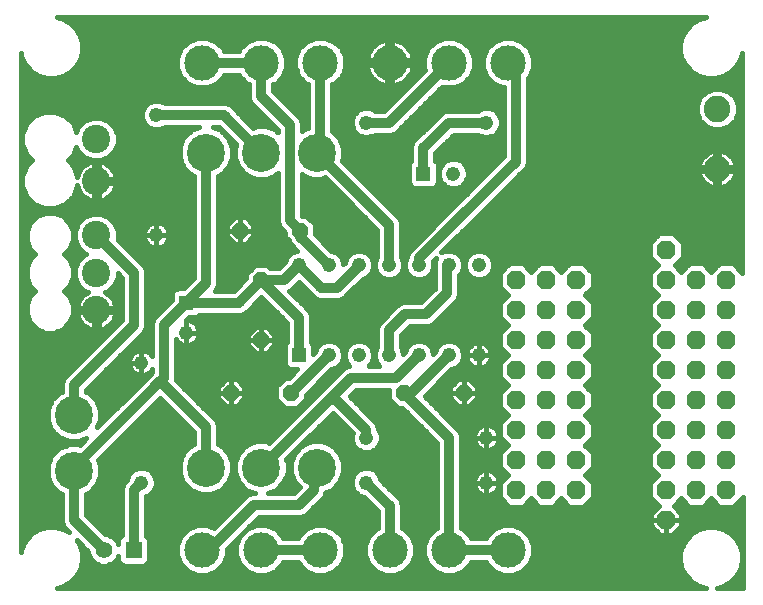
<source format=gbl>
G04 This is an RS-274x file exported by *
G04 gerbv version 2.4.0 *
G04 More information is available about gerbv at *
G04 http://gerbv.gpleda.org/ *
G04 --End of header info--*
%MOIN*%
%FSLAX23Y23*%
%IPPOS*%
G04 --Define apertures--*
%ADD10R,0.0476X0.0476*%
%ADD11C,0.0476*%
%AMMACRO12*
5,1,8,0.000000,0.000000,0.056284,22.500000*
%
%ADD12MACRO12*%
%ADD13C,0.1181*%
%ADD14C,0.0554*%
%ADD15R,0.0554X0.0554*%
%AMMACRO16*
5,1,8,0.000000,0.000000,0.068191,22.500000*
%
%ADD16MACRO16*%
%ADD17C,0.1266*%
%ADD18C,0.0945*%
%ADD19C,0.0886*%
%ADD20C,0.0320*%
%ADD21C,0.0160*%
G04 --Start main section--*
G54D10*
G01X01030Y00949D03*
G01X00655Y01124D03*
G01X01445Y01554D03*
G54D11*
G01X01545Y01554D03*
G01X01655Y01724D03*
G01X01255Y01724D03*
G01X01230Y01249D03*
G01X01130Y01249D03*
G01X01030Y01249D03*
G01X01330Y01249D03*
G01X01430Y01249D03*
G01X01530Y01249D03*
G01X01630Y01249D03*
G01X01630Y00949D03*
G01X01530Y00949D03*
G01X01430Y00949D03*
G01X01330Y00949D03*
G01X01230Y00949D03*
G01X01130Y00949D03*
G01X01255Y00674D03*
G01X01255Y00524D03*
G01X01655Y00524D03*
G01X01655Y00674D03*
G01X00655Y01024D03*
G01X00505Y00924D03*
G01X00505Y00524D03*
G01X00555Y01349D03*
G01X00555Y01749D03*
G54D12*
G01X00835Y01364D03*
G01X01035Y01364D03*
G01X00905Y01199D03*
G01X00905Y00999D03*
G01X00805Y00824D03*
G01X01005Y00824D03*
G01X01380Y00824D03*
G01X01580Y00824D03*
G54D13*
G01X01530Y00299D03*
G01X01727Y00299D03*
G01X01334Y00299D03*
G01X01102Y00299D03*
G01X00905Y00299D03*
G01X00709Y00299D03*
G01X00709Y01924D03*
G01X00905Y01924D03*
G01X01102Y01924D03*
G01X01334Y01924D03*
G01X01530Y01924D03*
G01X01727Y01924D03*
G54D14*
G01X00380Y00299D03*
G54D15*
G01X00480Y00299D03*
G54D16*
G01X01755Y00499D03*
G01X01755Y00599D03*
G01X01855Y00599D03*
G01X01955Y00599D03*
G01X01955Y00499D03*
G01X01855Y00499D03*
G01X01855Y00699D03*
G01X01955Y00699D03*
G01X01955Y00799D03*
G01X01855Y00799D03*
G01X01755Y00799D03*
G01X01755Y00699D03*
G01X01755Y00899D03*
G01X01755Y00999D03*
G01X01855Y00999D03*
G01X01955Y00999D03*
G01X01955Y00899D03*
G01X01855Y00899D03*
G01X01855Y01099D03*
G01X01955Y01099D03*
G01X01955Y01199D03*
G01X01855Y01199D03*
G01X01755Y01199D03*
G01X01755Y01099D03*
G01X02255Y01099D03*
G01X02355Y01099D03*
G01X02355Y01199D03*
G01X02255Y01199D03*
G01X02255Y01299D03*
G01X02455Y01199D03*
G01X02455Y01099D03*
G01X02455Y00999D03*
G01X02355Y00999D03*
G01X02255Y00999D03*
G01X02255Y00899D03*
G01X02355Y00899D03*
G01X02455Y00899D03*
G01X02455Y00799D03*
G01X02355Y00799D03*
G01X02255Y00799D03*
G01X02255Y00699D03*
G01X02355Y00699D03*
G01X02455Y00699D03*
G01X02455Y00599D03*
G01X02355Y00599D03*
G01X02255Y00599D03*
G01X02255Y00499D03*
G01X02355Y00499D03*
G01X02455Y00499D03*
G01X02255Y00399D03*
G54D17*
G01X01091Y00574D03*
G01X00905Y00574D03*
G01X00720Y00574D03*
G01X00280Y00564D03*
G01X00280Y00749D03*
G01X00720Y01624D03*
G01X00905Y01624D03*
G01X01091Y01624D03*
G54D18*
G01X00355Y01669D03*
G01X00355Y01529D03*
G01X00355Y01349D03*
G01X00355Y01224D03*
G01X00355Y01099D03*
G54D19*
G01X02425Y01569D03*
G01X02425Y01769D03*
G54D20*
G01X01753Y01898D02*
G01X01753Y01594D01*
G01X01753Y01594D02*
G01X01578Y01419D01*
G01X01578Y01419D02*
G01X01430Y01272D01*
G01X01430Y01272D02*
G01X01430Y01249D01*
G01X01525Y01244D02*
G01X01530Y01249D01*
G01X01525Y01244D02*
G01X01525Y01157D01*
G01X01525Y01157D02*
G01X01455Y01087D01*
G01X01455Y01087D02*
G01X01385Y01087D01*
G01X01385Y01087D02*
G01X01330Y01032D01*
G01X01330Y01032D02*
G01X01330Y00949D01*
G01X01355Y00874D02*
G01X01205Y00874D01*
G01X01205Y00874D02*
G01X01130Y00799D01*
G01X01130Y00799D02*
G01X01155Y00799D01*
G01X01155Y00799D02*
G01X01255Y00699D01*
G01X01255Y00699D02*
G01X01255Y00674D01*
G01X01130Y00799D02*
G01X00905Y00574D01*
G01X00880Y00449D02*
G01X01030Y00449D01*
G01X01030Y00449D02*
G01X01080Y00499D01*
G01X01080Y00499D02*
G01X01080Y00564D01*
G01X01080Y00564D02*
G01X01091Y00574D01*
G01X01255Y00524D02*
G01X01334Y00446D01*
G01X01334Y00446D02*
G01X01334Y00299D01*
G01X01530Y00299D02*
G01X01530Y00674D01*
G01X01530Y00674D02*
G01X01380Y00824D01*
G01X01380Y00824D02*
G01X01405Y00824D01*
G01X01405Y00824D02*
G01X01530Y00949D01*
G01X01430Y00949D02*
G01X01355Y00874D01*
G01X01130Y00949D02*
G01X01005Y00824D01*
G01X01030Y00949D02*
G01X01030Y01074D01*
G01X01030Y01074D02*
G01X00905Y01199D01*
G01X00905Y01199D02*
G01X00980Y01199D01*
G01X00980Y01199D02*
G01X01030Y01249D01*
G01X01030Y01249D02*
G01X01105Y01174D01*
G01X01105Y01174D02*
G01X01158Y01174D01*
G01X01158Y01174D02*
G01X01230Y01247D01*
G01X01230Y01247D02*
G01X01230Y01249D01*
G01X01130Y01249D02*
G01X01035Y01344D01*
G01X01035Y01344D02*
G01X01035Y01364D01*
G01X01035Y01364D02*
G01X01000Y01399D01*
G01X01000Y01399D02*
G01X01000Y01542D01*
G01X01000Y01542D02*
G01X01000Y01717D01*
G01X01000Y01717D02*
G01X00905Y01812D01*
G01X00905Y01812D02*
G01X00905Y01924D01*
G01X00905Y01924D02*
G01X00709Y01924D01*
G01X00780Y01749D02*
G01X00555Y01749D01*
G01X00720Y01624D02*
G01X00720Y01189D01*
G01X00720Y01189D02*
G01X00655Y01124D01*
G01X00655Y01124D02*
G01X00830Y01124D01*
G01X00830Y01124D02*
G01X00905Y01199D01*
G01X00655Y01124D02*
G01X00580Y01049D01*
G01X00580Y01049D02*
G01X00580Y00874D01*
G01X00580Y00874D02*
G01X00568Y00862D01*
G01X00568Y00862D02*
G01X00720Y00709D01*
G01X00720Y00709D02*
G01X00720Y00574D01*
G01X00880Y00449D02*
G01X00730Y00299D01*
G01X00730Y00299D02*
G01X00709Y00299D01*
G01X00905Y00299D02*
G01X01102Y00299D01*
G01X01530Y00299D02*
G01X01727Y00299D01*
G01X01330Y01249D02*
G01X01330Y01384D01*
G01X01330Y01384D02*
G01X01091Y01624D01*
G01X01091Y01624D02*
G01X01102Y01636D01*
G01X01102Y01636D02*
G01X01102Y01924D01*
G01X01255Y01724D02*
G01X01330Y01724D01*
G01X01330Y01724D02*
G01X01530Y01924D01*
G01X01727Y01924D02*
G01X01753Y01898D01*
G01X01655Y01724D02*
G01X01530Y01724D01*
G01X01530Y01724D02*
G01X01445Y01639D01*
G01X01445Y01639D02*
G01X01445Y01554D01*
G01X00905Y01624D02*
G01X00780Y01749D01*
G01X00355Y01349D02*
G01X00480Y01224D01*
G01X00480Y01224D02*
G01X00480Y01049D01*
G01X00480Y01049D02*
G01X00280Y00849D01*
G01X00280Y00849D02*
G01X00280Y00749D01*
G01X00280Y00574D02*
G01X00568Y00862D01*
G01X00280Y00574D02*
G01X00280Y00564D01*
G01X00280Y00564D02*
G01X00280Y00399D01*
G01X00280Y00399D02*
G01X00380Y00299D01*
G01X00480Y00299D02*
G01X00480Y00499D01*
G01X00480Y00499D02*
G01X00505Y00524D01*
G54D21*
G01X00245Y00178D02*
G01X00223Y00172D01*
G01X00223Y00172D02*
G01X02388Y00172D01*
G01X02388Y00172D02*
G01X02366Y00178D01*
G01X02366Y00178D02*
G01X02342Y00192D01*
G01X02342Y00192D02*
G01X02323Y00211D01*
G01X02323Y00211D02*
G01X02309Y00234D01*
G01X02309Y00234D02*
G01X02302Y00260D01*
G01X02302Y00260D02*
G01X02302Y00288D01*
G01X02302Y00288D02*
G01X02309Y00314D01*
G01X02309Y00314D02*
G01X02323Y00337D01*
G01X02323Y00337D02*
G01X02342Y00357D01*
G01X02342Y00357D02*
G01X02366Y00370D01*
G01X02366Y00370D02*
G01X02392Y00377D01*
G01X02392Y00377D02*
G01X02419Y00377D01*
G01X02419Y00377D02*
G01X02445Y00370D01*
G01X02445Y00370D02*
G01X02469Y00357D01*
G01X02469Y00357D02*
G01X02488Y00337D01*
G01X02488Y00337D02*
G01X02502Y00314D01*
G01X02502Y00314D02*
G01X02509Y00288D01*
G01X02509Y00288D02*
G01X02509Y00260D01*
G01X02509Y00260D02*
G01X02502Y00234D01*
G01X02502Y00234D02*
G01X02488Y00211D01*
G01X02488Y00211D02*
G01X02469Y00192D01*
G01X02469Y00192D02*
G01X02445Y00178D01*
G01X02445Y00178D02*
G01X02423Y00172D01*
G01X02423Y00172D02*
G01X02510Y00172D01*
G01X02510Y00172D02*
G01X02510Y00475D01*
G01X02510Y00475D02*
G01X02478Y00444D01*
G01X02478Y00444D02*
G01X02432Y00444D01*
G01X02432Y00444D02*
G01X02405Y00471D01*
G01X02405Y00471D02*
G01X02378Y00444D01*
G01X02378Y00444D02*
G01X02332Y00444D01*
G01X02332Y00444D02*
G01X02305Y00471D01*
G01X02305Y00471D02*
G01X02280Y00445D01*
G01X02280Y00445D02*
G01X02305Y00420D01*
G01X02305Y00420D02*
G01X02305Y00399D01*
G01X02305Y00399D02*
G01X02256Y00399D01*
G01X02256Y00399D02*
G01X02256Y00399D01*
G01X02256Y00399D02*
G01X02305Y00399D01*
G01X02305Y00399D02*
G01X02305Y00379D01*
G01X02305Y00379D02*
G01X02276Y00350D01*
G01X02276Y00350D02*
G01X02255Y00350D01*
G01X02255Y00350D02*
G01X02255Y00399D01*
G01X02255Y00399D02*
G01X02255Y00399D01*
G01X02255Y00399D02*
G01X02206Y00399D01*
G01X02206Y00399D02*
G01X02206Y00379D01*
G01X02206Y00379D02*
G01X02235Y00350D01*
G01X02235Y00350D02*
G01X02255Y00350D01*
G01X02255Y00350D02*
G01X02255Y00399D01*
G01X02255Y00399D02*
G01X02255Y00399D01*
G01X02255Y00399D02*
G01X02206Y00399D01*
G01X02206Y00399D02*
G01X02206Y00420D01*
G01X02206Y00420D02*
G01X02231Y00445D01*
G01X02231Y00445D02*
G01X02200Y00476D01*
G01X02200Y00476D02*
G01X02200Y00522D01*
G01X02200Y00522D02*
G01X02227Y00549D01*
G01X02227Y00549D02*
G01X02200Y00576D01*
G01X02200Y00576D02*
G01X02200Y00622D01*
G01X02200Y00622D02*
G01X02227Y00649D01*
G01X02227Y00649D02*
G01X02200Y00676D01*
G01X02200Y00676D02*
G01X02200Y00722D01*
G01X02200Y00722D02*
G01X02227Y00749D01*
G01X02227Y00749D02*
G01X02200Y00776D01*
G01X02200Y00776D02*
G01X02200Y00822D01*
G01X02200Y00822D02*
G01X02227Y00849D01*
G01X02227Y00849D02*
G01X02200Y00876D01*
G01X02200Y00876D02*
G01X02200Y00922D01*
G01X02200Y00922D02*
G01X02227Y00949D01*
G01X02227Y00949D02*
G01X02200Y00976D01*
G01X02200Y00976D02*
G01X02200Y01022D01*
G01X02200Y01022D02*
G01X02227Y01049D01*
G01X02227Y01049D02*
G01X02200Y01076D01*
G01X02200Y01076D02*
G01X02200Y01122D01*
G01X02200Y01122D02*
G01X02227Y01149D01*
G01X02227Y01149D02*
G01X02200Y01176D01*
G01X02200Y01176D02*
G01X02200Y01222D01*
G01X02200Y01222D02*
G01X02227Y01249D01*
G01X02227Y01249D02*
G01X02200Y01276D01*
G01X02200Y01276D02*
G01X02200Y01322D01*
G01X02200Y01322D02*
G01X02232Y01355D01*
G01X02232Y01355D02*
G01X02278Y01355D01*
G01X02278Y01355D02*
G01X02311Y01322D01*
G01X02311Y01322D02*
G01X02311Y01276D01*
G01X02311Y01276D02*
G01X02284Y01249D01*
G01X02284Y01249D02*
G01X02305Y01227D01*
G01X02305Y01227D02*
G01X02332Y01255D01*
G01X02332Y01255D02*
G01X02378Y01255D01*
G01X02378Y01255D02*
G01X02405Y01227D01*
G01X02405Y01227D02*
G01X02432Y01255D01*
G01X02432Y01255D02*
G01X02478Y01255D01*
G01X02478Y01255D02*
G01X02509Y01224D01*
G01X02509Y01224D02*
G01X02508Y01957D01*
G01X02508Y01957D02*
G01X02502Y01934D01*
G01X02502Y01934D02*
G01X02488Y01911D01*
G01X02488Y01911D02*
G01X02469Y01892D01*
G01X02469Y01892D02*
G01X02445Y01878D01*
G01X02445Y01878D02*
G01X02419Y01871D01*
G01X02419Y01871D02*
G01X02392Y01871D01*
G01X02392Y01871D02*
G01X02366Y01878D01*
G01X02366Y01878D02*
G01X02342Y01892D01*
G01X02342Y01892D02*
G01X02323Y01911D01*
G01X02323Y01911D02*
G01X02309Y01934D01*
G01X02309Y01934D02*
G01X02302Y01960D01*
G01X02302Y01960D02*
G01X02302Y01988D01*
G01X02302Y01988D02*
G01X02309Y02014D01*
G01X02309Y02014D02*
G01X02323Y02037D01*
G01X02323Y02037D02*
G01X02342Y02057D01*
G01X02342Y02057D02*
G01X02366Y02070D01*
G01X02366Y02070D02*
G01X02388Y02076D01*
G01X02388Y02076D02*
G01X00223Y02076D01*
G01X00223Y02076D02*
G01X00245Y02070D01*
G01X00245Y02070D02*
G01X00269Y02057D01*
G01X00269Y02057D02*
G01X00288Y02037D01*
G01X00288Y02037D02*
G01X00302Y02014D01*
G01X00302Y02014D02*
G01X00309Y01988D01*
G01X00309Y01988D02*
G01X00309Y01960D01*
G01X00309Y01960D02*
G01X00302Y01934D01*
G01X00302Y01934D02*
G01X00288Y01911D01*
G01X00288Y01911D02*
G01X00269Y01892D01*
G01X00269Y01892D02*
G01X00245Y01878D01*
G01X00245Y01878D02*
G01X00219Y01871D01*
G01X00219Y01871D02*
G01X00192Y01871D01*
G01X00192Y01871D02*
G01X00166Y01878D01*
G01X00166Y01878D02*
G01X00142Y01892D01*
G01X00142Y01892D02*
G01X00123Y01911D01*
G01X00123Y01911D02*
G01X00109Y01934D01*
G01X00109Y01934D02*
G01X00103Y01956D01*
G01X00103Y01956D02*
G01X00103Y00292D01*
G01X00103Y00292D02*
G01X00109Y00314D01*
G01X00109Y00314D02*
G01X00123Y00337D01*
G01X00123Y00337D02*
G01X00142Y00357D01*
G01X00142Y00357D02*
G01X00166Y00370D01*
G01X00166Y00370D02*
G01X00192Y00377D01*
G01X00192Y00377D02*
G01X00219Y00377D01*
G01X00219Y00377D02*
G01X00245Y00370D01*
G01X00245Y00370D02*
G01X00263Y00360D01*
G01X00263Y00360D02*
G01X00247Y00376D01*
G01X00247Y00376D02*
G01X00240Y00391D01*
G01X00240Y00391D02*
G01X00240Y00407D01*
G01X00240Y00407D02*
G01X00240Y00486D01*
G01X00240Y00486D02*
G01X00231Y00490D01*
G01X00231Y00490D02*
G01X00206Y00515D01*
G01X00206Y00515D02*
G01X00193Y00547D01*
G01X00193Y00547D02*
G01X00193Y00581D01*
G01X00193Y00581D02*
G01X00206Y00613D01*
G01X00206Y00613D02*
G01X00231Y00638D01*
G01X00231Y00638D02*
G01X00263Y00651D01*
G01X00263Y00651D02*
G01X00298Y00651D01*
G01X00298Y00651D02*
G01X00300Y00650D01*
G01X00300Y00650D02*
G01X00321Y00671D01*
G01X00321Y00671D02*
G01X00298Y00662D01*
G01X00298Y00662D02*
G01X00263Y00662D01*
G01X00263Y00662D02*
G01X00231Y00675D01*
G01X00231Y00675D02*
G01X00206Y00700D01*
G01X00206Y00700D02*
G01X00193Y00732D01*
G01X00193Y00732D02*
G01X00193Y00766D01*
G01X00193Y00766D02*
G01X00206Y00798D01*
G01X00206Y00798D02*
G01X00231Y00823D01*
G01X00231Y00823D02*
G01X00240Y00827D01*
G01X00240Y00827D02*
G01X00240Y00841D01*
G01X00240Y00841D02*
G01X00240Y00857D01*
G01X00240Y00857D02*
G01X00247Y00872D01*
G01X00247Y00872D02*
G01X00440Y01066D01*
G01X00440Y01066D02*
G01X00440Y01207D01*
G01X00440Y01207D02*
G01X00427Y01221D01*
G01X00427Y01221D02*
G01X00427Y01210D01*
G01X00427Y01210D02*
G01X00416Y01184D01*
G01X00416Y01184D02*
G01X00396Y01164D01*
G01X00396Y01164D02*
G01X00383Y01158D01*
G01X00383Y01158D02*
G01X00384Y01158D01*
G01X00384Y01158D02*
G01X00392Y01153D01*
G01X00392Y01153D02*
G01X00399Y01148D01*
G01X00399Y01148D02*
G01X00405Y01142D01*
G01X00405Y01142D02*
G01X00410Y01135D01*
G01X00410Y01135D02*
G01X00414Y01128D01*
G01X00414Y01128D02*
G01X00417Y01120D01*
G01X00417Y01120D02*
G01X00420Y01112D01*
G01X00420Y01112D02*
G01X00420Y01107D01*
G01X00420Y01107D02*
G01X00363Y01107D01*
G01X00363Y01107D02*
G01X00363Y01091D01*
G01X00363Y01091D02*
G01X00420Y01091D01*
G01X00420Y01091D02*
G01X00420Y01086D01*
G01X00420Y01086D02*
G01X00417Y01078D01*
G01X00417Y01078D02*
G01X00414Y01070D01*
G01X00414Y01070D02*
G01X00410Y01063D01*
G01X00410Y01063D02*
G01X00405Y01056D01*
G01X00405Y01056D02*
G01X00399Y01050D01*
G01X00399Y01050D02*
G01X00392Y01045D01*
G01X00392Y01045D02*
G01X00384Y01040D01*
G01X00384Y01040D02*
G01X00376Y01037D01*
G01X00376Y01037D02*
G01X00368Y01035D01*
G01X00368Y01035D02*
G01X00363Y01034D01*
G01X00363Y01034D02*
G01X00363Y01091D01*
G01X00363Y01091D02*
G01X00348Y01091D01*
G01X00348Y01091D02*
G01X00348Y01034D01*
G01X00348Y01034D02*
G01X00343Y01035D01*
G01X00343Y01035D02*
G01X00334Y01037D01*
G01X00334Y01037D02*
G01X00327Y01040D01*
G01X00327Y01040D02*
G01X00319Y01045D01*
G01X00319Y01045D02*
G01X00312Y01050D01*
G01X00312Y01050D02*
G01X00306Y01056D01*
G01X00306Y01056D02*
G01X00301Y01063D01*
G01X00301Y01063D02*
G01X00297Y01070D01*
G01X00297Y01070D02*
G01X00294Y01078D01*
G01X00294Y01078D02*
G01X00291Y01086D01*
G01X00291Y01086D02*
G01X00291Y01091D01*
G01X00291Y01091D02*
G01X00348Y01091D01*
G01X00348Y01091D02*
G01X00348Y01107D01*
G01X00348Y01107D02*
G01X00291Y01107D01*
G01X00291Y01107D02*
G01X00291Y01112D01*
G01X00291Y01112D02*
G01X00294Y01120D01*
G01X00294Y01120D02*
G01X00297Y01128D01*
G01X00297Y01128D02*
G01X00301Y01135D01*
G01X00301Y01135D02*
G01X00306Y01142D01*
G01X00306Y01142D02*
G01X00312Y01148D01*
G01X00312Y01148D02*
G01X00319Y01153D01*
G01X00319Y01153D02*
G01X00327Y01158D01*
G01X00327Y01158D02*
G01X00328Y01158D01*
G01X00328Y01158D02*
G01X00315Y01164D01*
G01X00315Y01164D02*
G01X00295Y01184D01*
G01X00295Y01184D02*
G01X00284Y01210D01*
G01X00284Y01210D02*
G01X00284Y01238D01*
G01X00284Y01238D02*
G01X00295Y01264D01*
G01X00295Y01264D02*
G01X00315Y01284D01*
G01X00315Y01284D02*
G01X00320Y01287D01*
G01X00320Y01287D02*
G01X00315Y01289D01*
G01X00315Y01289D02*
G01X00295Y01309D01*
G01X00295Y01309D02*
G01X00284Y01335D01*
G01X00284Y01335D02*
G01X00284Y01363D01*
G01X00284Y01363D02*
G01X00295Y01389D01*
G01X00295Y01389D02*
G01X00315Y01409D01*
G01X00315Y01409D02*
G01X00341Y01420D01*
G01X00341Y01420D02*
G01X00370Y01420D01*
G01X00370Y01420D02*
G01X00396Y01409D01*
G01X00396Y01409D02*
G01X00416Y01389D01*
G01X00416Y01389D02*
G01X00427Y01363D01*
G01X00427Y01363D02*
G01X00427Y01335D01*
G01X00427Y01335D02*
G01X00427Y01334D01*
G01X00427Y01334D02*
G01X00514Y01247D01*
G01X00514Y01247D02*
G01X00520Y01232D01*
G01X00520Y01232D02*
G01X00520Y01216D01*
G01X00520Y01216D02*
G01X00520Y01041D01*
G01X00520Y01041D02*
G01X00514Y01026D01*
G01X00514Y01026D02*
G01X00503Y01015D01*
G01X00503Y01015D02*
G01X00320Y00832D01*
G01X00320Y00832D02*
G01X00320Y00827D01*
G01X00320Y00827D02*
G01X00330Y00823D01*
G01X00330Y00823D02*
G01X00354Y00798D01*
G01X00354Y00798D02*
G01X00368Y00766D01*
G01X00368Y00766D02*
G01X00368Y00732D01*
G01X00368Y00732D02*
G01X00358Y00708D01*
G01X00358Y00708D02*
G01X00534Y00884D01*
G01X00534Y00884D02*
G01X00540Y00891D01*
G01X00540Y00891D02*
G01X00540Y00901D01*
G01X00540Y00901D02*
G01X00537Y00897D01*
G01X00537Y00897D02*
G01X00533Y00892D01*
G01X00533Y00892D02*
G01X00527Y00888D01*
G01X00527Y00888D02*
G01X00522Y00885D01*
G01X00522Y00885D02*
G01X00515Y00883D01*
G01X00515Y00883D02*
G01X00509Y00882D01*
G01X00509Y00882D02*
G01X00505Y00882D01*
G01X00505Y00882D02*
G01X00505Y00924D01*
G01X00505Y00924D02*
G01X00505Y00924D01*
G01X00505Y00924D02*
G01X00464Y00924D01*
G01X00464Y00924D02*
G01X00464Y00921D01*
G01X00464Y00921D02*
G01X00465Y00914D01*
G01X00465Y00914D02*
G01X00467Y00908D01*
G01X00467Y00908D02*
G01X00470Y00902D01*
G01X00470Y00902D02*
G01X00474Y00897D01*
G01X00474Y00897D02*
G01X00478Y00892D01*
G01X00478Y00892D02*
G01X00484Y00888D01*
G01X00484Y00888D02*
G01X00489Y00885D01*
G01X00489Y00885D02*
G01X00496Y00883D01*
G01X00496Y00883D02*
G01X00502Y00882D01*
G01X00502Y00882D02*
G01X00505Y00882D01*
G01X00505Y00882D02*
G01X00505Y00924D01*
G01X00505Y00924D02*
G01X00505Y00924D01*
G01X00505Y00924D02*
G01X00505Y00966D01*
G01X00505Y00966D02*
G01X00502Y00966D01*
G01X00502Y00966D02*
G01X00496Y00965D01*
G01X00496Y00965D02*
G01X00489Y00963D01*
G01X00489Y00963D02*
G01X00484Y00960D01*
G01X00484Y00960D02*
G01X00478Y00956D01*
G01X00478Y00956D02*
G01X00474Y00951D01*
G01X00474Y00951D02*
G01X00470Y00946D01*
G01X00470Y00946D02*
G01X00467Y00940D01*
G01X00467Y00940D02*
G01X00465Y00934D01*
G01X00465Y00934D02*
G01X00464Y00927D01*
G01X00464Y00927D02*
G01X00464Y00924D01*
G01X00464Y00924D02*
G01X00505Y00924D01*
G01X00505Y00924D02*
G01X00505Y00924D01*
G01X00505Y00924D02*
G01X00505Y00966D01*
G01X00505Y00966D02*
G01X00509Y00966D01*
G01X00509Y00966D02*
G01X00515Y00965D01*
G01X00515Y00965D02*
G01X00522Y00963D01*
G01X00522Y00963D02*
G01X00527Y00960D01*
G01X00527Y00960D02*
G01X00533Y00956D01*
G01X00533Y00956D02*
G01X00537Y00951D01*
G01X00537Y00951D02*
G01X00540Y00947D01*
G01X00540Y00947D02*
G01X00540Y01057D01*
G01X00540Y01057D02*
G01X00547Y01072D01*
G01X00547Y01072D02*
G01X00558Y01083D01*
G01X00558Y01083D02*
G01X00558Y01083D01*
G01X00558Y01083D02*
G01X00608Y01133D01*
G01X00608Y01133D02*
G01X00608Y01153D01*
G01X00608Y01153D02*
G01X00611Y01161D01*
G01X00611Y01161D02*
G01X00618Y01168D01*
G01X00618Y01168D02*
G01X00627Y01172D01*
G01X00627Y01172D02*
G01X00647Y01172D01*
G01X00647Y01172D02*
G01X00680Y01206D01*
G01X00680Y01206D02*
G01X00680Y01546D01*
G01X00680Y01546D02*
G01X00671Y01550D01*
G01X00671Y01550D02*
G01X00646Y01575D01*
G01X00646Y01575D02*
G01X00633Y01607D01*
G01X00633Y01607D02*
G01X00633Y01641D01*
G01X00633Y01641D02*
G01X00646Y01673D01*
G01X00646Y01673D02*
G01X00671Y01698D01*
G01X00671Y01698D02*
G01X00698Y01709D01*
G01X00698Y01709D02*
G01X00583Y01709D01*
G01X00583Y01709D02*
G01X00583Y01709D01*
G01X00583Y01709D02*
G01X00565Y01701D01*
G01X00565Y01701D02*
G01X00546Y01701D01*
G01X00546Y01701D02*
G01X00528Y01709D01*
G01X00528Y01709D02*
G01X00515Y01722D01*
G01X00515Y01722D02*
G01X00508Y01740D01*
G01X00508Y01740D02*
G01X00508Y01759D01*
G01X00508Y01759D02*
G01X00515Y01776D01*
G01X00515Y01776D02*
G01X00528Y01790D01*
G01X00528Y01790D02*
G01X00546Y01797D01*
G01X00546Y01797D02*
G01X00565Y01797D01*
G01X00565Y01797D02*
G01X00583Y01790D01*
G01X00583Y01790D02*
G01X00583Y01789D01*
G01X00583Y01789D02*
G01X00773Y01789D01*
G01X00773Y01789D02*
G01X00788Y01789D01*
G01X00788Y01789D02*
G01X00803Y01783D01*
G01X00803Y01783D02*
G01X00879Y01707D01*
G01X00879Y01707D02*
G01X00888Y01711D01*
G01X00888Y01711D02*
G01X00923Y01711D01*
G01X00923Y01711D02*
G01X00955Y01698D01*
G01X00955Y01698D02*
G01X00960Y01692D01*
G01X00960Y01692D02*
G01X00960Y01700D01*
G01X00960Y01700D02*
G01X00872Y01789D01*
G01X00872Y01789D02*
G01X00865Y01804D01*
G01X00865Y01804D02*
G01X00865Y01819D01*
G01X00865Y01819D02*
G01X00865Y01851D01*
G01X00865Y01851D02*
G01X00858Y01854D01*
G01X00858Y01854D02*
G01X00835Y01877D01*
G01X00835Y01877D02*
G01X00832Y01884D01*
G01X00832Y01884D02*
G01X00782Y01884D01*
G01X00782Y01884D02*
G01X00779Y01877D01*
G01X00779Y01877D02*
G01X00756Y01854D01*
G01X00756Y01854D02*
G01X00725Y01841D01*
G01X00725Y01841D02*
G01X00692Y01841D01*
G01X00692Y01841D02*
G01X00662Y01854D01*
G01X00662Y01854D02*
G01X00638Y01877D01*
G01X00638Y01877D02*
G01X00626Y01907D01*
G01X00626Y01907D02*
G01X00626Y01941D01*
G01X00626Y01941D02*
G01X00638Y01971D01*
G01X00638Y01971D02*
G01X00662Y01994D01*
G01X00662Y01994D02*
G01X00692Y02007D01*
G01X00692Y02007D02*
G01X00725Y02007D01*
G01X00725Y02007D02*
G01X00756Y01994D01*
G01X00756Y01994D02*
G01X00779Y01971D01*
G01X00779Y01971D02*
G01X00782Y01964D01*
G01X00782Y01964D02*
G01X00832Y01964D01*
G01X00832Y01964D02*
G01X00835Y01971D01*
G01X00835Y01971D02*
G01X00858Y01994D01*
G01X00858Y01994D02*
G01X00889Y02007D01*
G01X00889Y02007D02*
G01X00922Y02007D01*
G01X00922Y02007D02*
G01X00953Y01994D01*
G01X00953Y01994D02*
G01X00976Y01971D01*
G01X00976Y01971D02*
G01X00989Y01941D01*
G01X00989Y01941D02*
G01X00989Y01907D01*
G01X00989Y01907D02*
G01X00976Y01877D01*
G01X00976Y01877D02*
G01X00953Y01854D01*
G01X00953Y01854D02*
G01X00945Y01851D01*
G01X00945Y01851D02*
G01X00945Y01828D01*
G01X00945Y01828D02*
G01X01023Y01750D01*
G01X01023Y01750D02*
G01X01034Y01739D01*
G01X01034Y01739D02*
G01X01040Y01724D01*
G01X01040Y01724D02*
G01X01040Y01697D01*
G01X01040Y01697D02*
G01X01041Y01698D01*
G01X01041Y01698D02*
G01X01062Y01707D01*
G01X01062Y01707D02*
G01X01062Y01851D01*
G01X01062Y01851D02*
G01X01055Y01854D01*
G01X01055Y01854D02*
G01X01032Y01877D01*
G01X01032Y01877D02*
G01X01019Y01907D01*
G01X01019Y01907D02*
G01X01019Y01941D01*
G01X01019Y01941D02*
G01X01032Y01971D01*
G01X01032Y01971D02*
G01X01055Y01994D01*
G01X01055Y01994D02*
G01X01086Y02007D01*
G01X01086Y02007D02*
G01X01119Y02007D01*
G01X01119Y02007D02*
G01X01149Y01994D01*
G01X01149Y01994D02*
G01X01173Y01971D01*
G01X01173Y01971D02*
G01X01185Y01941D01*
G01X01185Y01941D02*
G01X01185Y01907D01*
G01X01185Y01907D02*
G01X01173Y01877D01*
G01X01173Y01877D02*
G01X01149Y01854D01*
G01X01149Y01854D02*
G01X01142Y01851D01*
G01X01142Y01851D02*
G01X01142Y01696D01*
G01X01142Y01696D02*
G01X01165Y01673D01*
G01X01165Y01673D02*
G01X01178Y01641D01*
G01X01178Y01641D02*
G01X01178Y01607D01*
G01X01178Y01607D02*
G01X01174Y01597D01*
G01X01174Y01597D02*
G01X01364Y01407D01*
G01X01364Y01407D02*
G01X01370Y01392D01*
G01X01370Y01392D02*
G01X01370Y01376D01*
G01X01370Y01376D02*
G01X01370Y01277D01*
G01X01370Y01277D02*
G01X01371Y01276D01*
G01X01371Y01276D02*
G01X01378Y01259D01*
G01X01378Y01259D02*
G01X01378Y01240D01*
G01X01378Y01240D02*
G01X01371Y01222D01*
G01X01371Y01222D02*
G01X01358Y01209D01*
G01X01358Y01209D02*
G01X01340Y01201D01*
G01X01340Y01201D02*
G01X01321Y01201D01*
G01X01321Y01201D02*
G01X01303Y01209D01*
G01X01303Y01209D02*
G01X01290Y01222D01*
G01X01290Y01222D02*
G01X01283Y01240D01*
G01X01283Y01240D02*
G01X01283Y01259D01*
G01X01283Y01259D02*
G01X01290Y01276D01*
G01X01290Y01276D02*
G01X01290Y01277D01*
G01X01290Y01277D02*
G01X01290Y01367D01*
G01X01290Y01367D02*
G01X01117Y01541D01*
G01X01117Y01541D02*
G01X01108Y01537D01*
G01X01108Y01537D02*
G01X01073Y01537D01*
G01X01073Y01537D02*
G01X01041Y01550D01*
G01X01041Y01550D02*
G01X01040Y01551D01*
G01X01040Y01551D02*
G01X01040Y01534D01*
G01X01040Y01534D02*
G01X01040Y01416D01*
G01X01040Y01416D02*
G01X01042Y01414D01*
G01X01042Y01414D02*
G01X01056Y01414D01*
G01X01056Y01414D02*
G01X01085Y01385D01*
G01X01085Y01385D02*
G01X01085Y01351D01*
G01X01085Y01351D02*
G01X01139Y01297D01*
G01X01139Y01297D02*
G01X01140Y01297D01*
G01X01140Y01297D02*
G01X01158Y01290D01*
G01X01158Y01290D02*
G01X01171Y01276D01*
G01X01171Y01276D02*
G01X01178Y01259D01*
G01X01178Y01259D02*
G01X01178Y01251D01*
G01X01178Y01251D02*
G01X01183Y01255D01*
G01X01183Y01255D02*
G01X01183Y01259D01*
G01X01183Y01259D02*
G01X01190Y01276D01*
G01X01190Y01276D02*
G01X01203Y01290D01*
G01X01203Y01290D02*
G01X01221Y01297D01*
G01X01221Y01297D02*
G01X01240Y01297D01*
G01X01240Y01297D02*
G01X01258Y01290D01*
G01X01258Y01290D02*
G01X01271Y01276D01*
G01X01271Y01276D02*
G01X01278Y01259D01*
G01X01278Y01259D02*
G01X01278Y01240D01*
G01X01278Y01240D02*
G01X01271Y01222D01*
G01X01271Y01222D02*
G01X01258Y01209D01*
G01X01258Y01209D02*
G01X01243Y01202D01*
G01X01243Y01202D02*
G01X01192Y01151D01*
G01X01192Y01151D02*
G01X01181Y01140D01*
G01X01181Y01140D02*
G01X01166Y01134D01*
G01X01166Y01134D02*
G01X01113Y01134D01*
G01X01113Y01134D02*
G01X01098Y01134D01*
G01X01098Y01134D02*
G01X01083Y01140D01*
G01X01083Y01140D02*
G01X01030Y01192D01*
G01X01030Y01192D02*
G01X01003Y01165D01*
G01X01003Y01165D02*
G01X00998Y01163D01*
G01X00998Y01163D02*
G01X01053Y01108D01*
G01X01053Y01108D02*
G01X01064Y01097D01*
G01X01064Y01097D02*
G01X01070Y01082D01*
G01X01070Y01082D02*
G01X01070Y00991D01*
G01X01070Y00991D02*
G01X01075Y00986D01*
G01X01075Y00986D02*
G01X01078Y00978D01*
G01X01078Y00978D02*
G01X01078Y00953D01*
G01X01078Y00953D02*
G01X01083Y00958D01*
G01X01083Y00958D02*
G01X01083Y00959D01*
G01X01083Y00959D02*
G01X01090Y00976D01*
G01X01090Y00976D02*
G01X01103Y00990D01*
G01X01103Y00990D02*
G01X01121Y00997D01*
G01X01121Y00997D02*
G01X01140Y00997D01*
G01X01140Y00997D02*
G01X01158Y00990D01*
G01X01158Y00990D02*
G01X01171Y00976D01*
G01X01171Y00976D02*
G01X01178Y00959D01*
G01X01178Y00959D02*
G01X01178Y00940D01*
G01X01178Y00940D02*
G01X01171Y00922D01*
G01X01171Y00922D02*
G01X01158Y00909D01*
G01X01158Y00909D02*
G01X01140Y00901D01*
G01X01140Y00901D02*
G01X01139Y00901D01*
G01X01139Y00901D02*
G01X01055Y00817D01*
G01X01055Y00817D02*
G01X01055Y00803D01*
G01X01055Y00803D02*
G01X01026Y00774D01*
G01X01026Y00774D02*
G01X00985Y00774D01*
G01X00985Y00774D02*
G01X00712Y00774D01*
G01X00728Y00758D02*
G01X01033Y00758D01*
G01X01026Y00774D02*
G01X01049Y00774D01*
G01X01042Y00790D02*
G01X01065Y00790D01*
G01X01055Y00806D02*
G01X01081Y00806D01*
G01X01097Y00822D02*
G01X01060Y00822D01*
G01X01075Y00837D02*
G01X01112Y00837D01*
G01X01108Y00833D02*
G01X01097Y00822D01*
G01X01097Y00822D02*
G01X00932Y00657D01*
G01X00932Y00657D02*
G01X00923Y00661D01*
G01X00923Y00661D02*
G01X00888Y00661D01*
G01X00888Y00661D02*
G01X00856Y00648D01*
G01X00856Y00648D02*
G01X00831Y00623D01*
G01X00831Y00623D02*
G01X00818Y00591D01*
G01X00818Y00591D02*
G01X00818Y00557D01*
G01X00818Y00557D02*
G01X00831Y00525D01*
G01X00831Y00525D02*
G01X00856Y00500D01*
G01X00856Y00500D02*
G01X00883Y00489D01*
G01X00883Y00489D02*
G01X00873Y00489D01*
G01X00873Y00489D02*
G01X00858Y00483D01*
G01X00858Y00483D02*
G01X00847Y00472D01*
G01X00847Y00472D02*
G01X00748Y00373D01*
G01X00748Y00373D02*
G01X00725Y00382D01*
G01X00725Y00382D02*
G01X00692Y00382D01*
G01X00692Y00382D02*
G01X00662Y00369D01*
G01X00662Y00369D02*
G01X00638Y00346D01*
G01X00638Y00346D02*
G01X00626Y00316D01*
G01X00626Y00316D02*
G01X00626Y00282D01*
G01X00626Y00282D02*
G01X00638Y00252D01*
G01X00638Y00252D02*
G01X00662Y00229D01*
G01X00662Y00229D02*
G01X00692Y00216D01*
G01X00692Y00216D02*
G01X00725Y00216D01*
G01X00725Y00216D02*
G01X00756Y00229D01*
G01X00756Y00229D02*
G01X00779Y00252D01*
G01X00779Y00252D02*
G01X00792Y00282D01*
G01X00792Y00282D02*
G01X00792Y00304D01*
G01X00792Y00304D02*
G01X00897Y00409D01*
G01X00897Y00409D02*
G01X01023Y00409D01*
G01X01023Y00409D02*
G01X01038Y00409D01*
G01X01038Y00409D02*
G01X01053Y00415D01*
G01X01053Y00415D02*
G01X01103Y00465D01*
G01X01103Y00465D02*
G01X01114Y00476D01*
G01X01114Y00476D02*
G01X01120Y00491D01*
G01X01120Y00491D02*
G01X01120Y00492D01*
G01X01120Y00492D02*
G01X01140Y00500D01*
G01X01140Y00500D02*
G01X01165Y00525D01*
G01X01165Y00525D02*
G01X01178Y00557D01*
G01X01178Y00557D02*
G01X01178Y00591D01*
G01X01178Y00591D02*
G01X01165Y00623D01*
G01X01165Y00623D02*
G01X01140Y00648D01*
G01X01140Y00648D02*
G01X01108Y00661D01*
G01X01108Y00661D02*
G01X01073Y00661D01*
G01X01073Y00661D02*
G01X01041Y00648D01*
G01X01041Y00648D02*
G01X01017Y00623D01*
G01X01017Y00623D02*
G01X01003Y00591D01*
G01X01003Y00591D02*
G01X01003Y00557D01*
G01X01003Y00557D02*
G01X01017Y00525D01*
G01X01017Y00525D02*
G01X01033Y00508D01*
G01X01033Y00508D02*
G01X01014Y00489D01*
G01X01014Y00489D02*
G01X00928Y00489D01*
G01X00928Y00489D02*
G01X00955Y00500D01*
G01X00955Y00500D02*
G01X00979Y00525D01*
G01X00979Y00525D02*
G01X00993Y00557D01*
G01X00993Y00557D02*
G01X00993Y00591D01*
G01X00993Y00591D02*
G01X00989Y00601D01*
G01X00989Y00601D02*
G01X01143Y00755D01*
G01X01143Y00755D02*
G01X01210Y00688D01*
G01X01210Y00688D02*
G01X01208Y00684D01*
G01X01208Y00684D02*
G01X01208Y00665D01*
G01X01208Y00665D02*
G01X01215Y00647D01*
G01X01215Y00647D02*
G01X01228Y00634D01*
G01X01228Y00634D02*
G01X01246Y00626D01*
G01X01246Y00626D02*
G01X01265Y00626D01*
G01X01265Y00626D02*
G01X01283Y00634D01*
G01X01283Y00634D02*
G01X01296Y00647D01*
G01X01296Y00647D02*
G01X01303Y00665D01*
G01X01303Y00665D02*
G01X01303Y00684D01*
G01X01303Y00684D02*
G01X01296Y00701D01*
G01X01296Y00701D02*
G01X01295Y00702D01*
G01X01295Y00702D02*
G01X01295Y00707D01*
G01X01295Y00707D02*
G01X01289Y00722D01*
G01X01289Y00722D02*
G01X01200Y00812D01*
G01X01200Y00812D02*
G01X01222Y00834D01*
G01X01222Y00834D02*
G01X01330Y00834D01*
G01X01330Y00834D02*
G01X01330Y00803D01*
G01X01330Y00803D02*
G01X01360Y00774D01*
G01X01360Y00774D02*
G01X01237Y00774D01*
G01X01253Y00758D02*
G01X01390Y00758D01*
G01X01406Y00742D02*
G01X01269Y00742D01*
G01X01285Y00726D02*
G01X01421Y00726D01*
G01X01437Y00711D02*
G01X01294Y00711D01*
G01X01299Y00695D02*
G01X01453Y00695D01*
G01X01469Y00679D02*
G01X01303Y00679D01*
G01X01303Y00663D02*
G01X01485Y00663D01*
G01X01490Y00657D02*
G01X01490Y00372D01*
G01X01490Y00372D02*
G01X01483Y00369D01*
G01X01483Y00369D02*
G01X01460Y00346D01*
G01X01460Y00346D02*
G01X01447Y00316D01*
G01X01447Y00316D02*
G01X01447Y00282D01*
G01X01447Y00282D02*
G01X01460Y00252D01*
G01X01460Y00252D02*
G01X01483Y00229D01*
G01X01483Y00229D02*
G01X01514Y00216D01*
G01X01514Y00216D02*
G01X01547Y00216D01*
G01X01547Y00216D02*
G01X01578Y00229D01*
G01X01578Y00229D02*
G01X01601Y00252D01*
G01X01601Y00252D02*
G01X01604Y00259D01*
G01X01604Y00259D02*
G01X01654Y00259D01*
G01X01654Y00259D02*
G01X01657Y00252D01*
G01X01657Y00252D02*
G01X01680Y00229D01*
G01X01680Y00229D02*
G01X01711Y00216D01*
G01X01711Y00216D02*
G01X01744Y00216D01*
G01X01744Y00216D02*
G01X01774Y00229D01*
G01X01774Y00229D02*
G01X01798Y00252D01*
G01X01798Y00252D02*
G01X01810Y00282D01*
G01X01810Y00282D02*
G01X01810Y00316D01*
G01X01810Y00316D02*
G01X01798Y00346D01*
G01X01798Y00346D02*
G01X01774Y00369D01*
G01X01774Y00369D02*
G01X01744Y00382D01*
G01X01744Y00382D02*
G01X01711Y00382D01*
G01X01711Y00382D02*
G01X01680Y00369D01*
G01X01680Y00369D02*
G01X01657Y00346D01*
G01X01657Y00346D02*
G01X01654Y00339D01*
G01X01654Y00339D02*
G01X01604Y00339D01*
G01X01604Y00339D02*
G01X01601Y00346D01*
G01X01601Y00346D02*
G01X01578Y00369D01*
G01X01578Y00369D02*
G01X01570Y00372D01*
G01X01570Y00372D02*
G01X01570Y00666D01*
G01X01570Y00666D02*
G01X01570Y00682D01*
G01X01570Y00682D02*
G01X01564Y00697D01*
G01X01564Y00697D02*
G01X01450Y00812D01*
G01X01450Y00812D02*
G01X01539Y00901D01*
G01X01539Y00901D02*
G01X01540Y00901D01*
G01X01540Y00901D02*
G01X01558Y00909D01*
G01X01558Y00909D02*
G01X01571Y00922D01*
G01X01571Y00922D02*
G01X01578Y00940D01*
G01X01578Y00940D02*
G01X01578Y00959D01*
G01X01578Y00959D02*
G01X01571Y00976D01*
G01X01571Y00976D02*
G01X01558Y00990D01*
G01X01558Y00990D02*
G01X01540Y00997D01*
G01X01540Y00997D02*
G01X01521Y00997D01*
G01X01521Y00997D02*
G01X01503Y00990D01*
G01X01503Y00990D02*
G01X01490Y00976D01*
G01X01490Y00976D02*
G01X01483Y00959D01*
G01X01483Y00959D02*
G01X01483Y00958D01*
G01X01483Y00958D02*
G01X01478Y00953D01*
G01X01478Y00953D02*
G01X01478Y00959D01*
G01X01478Y00959D02*
G01X01471Y00976D01*
G01X01471Y00976D02*
G01X01458Y00990D01*
G01X01458Y00990D02*
G01X01440Y00997D01*
G01X01440Y00997D02*
G01X01421Y00997D01*
G01X01421Y00997D02*
G01X01403Y00990D01*
G01X01403Y00990D02*
G01X01390Y00976D01*
G01X01390Y00976D02*
G01X01383Y00959D01*
G01X01383Y00959D02*
G01X01383Y00958D01*
G01X01383Y00958D02*
G01X01378Y00953D01*
G01X01378Y00953D02*
G01X01378Y00959D01*
G01X01378Y00959D02*
G01X01371Y00976D01*
G01X01371Y00976D02*
G01X01370Y00977D01*
G01X01370Y00977D02*
G01X01370Y01015D01*
G01X01370Y01015D02*
G01X01402Y01047D01*
G01X01402Y01047D02*
G01X01448Y01047D01*
G01X01448Y01047D02*
G01X01463Y01047D01*
G01X01463Y01047D02*
G01X01478Y01053D01*
G01X01478Y01053D02*
G01X01548Y01123D01*
G01X01548Y01123D02*
G01X01559Y01134D01*
G01X01559Y01134D02*
G01X01565Y01149D01*
G01X01565Y01149D02*
G01X01565Y01216D01*
G01X01565Y01216D02*
G01X01571Y01222D01*
G01X01571Y01222D02*
G01X01578Y01240D01*
G01X01578Y01240D02*
G01X01578Y01259D01*
G01X01578Y01259D02*
G01X01571Y01276D01*
G01X01571Y01276D02*
G01X01558Y01290D01*
G01X01558Y01290D02*
G01X01540Y01297D01*
G01X01540Y01297D02*
G01X01521Y01297D01*
G01X01521Y01297D02*
G01X01506Y01291D01*
G01X01506Y01291D02*
G01X01612Y01396D01*
G01X01612Y01396D02*
G01X01776Y01560D01*
G01X01776Y01560D02*
G01X01787Y01571D01*
G01X01787Y01571D02*
G01X01793Y01586D01*
G01X01793Y01586D02*
G01X01793Y01872D01*
G01X01793Y01872D02*
G01X01798Y01877D01*
G01X01798Y01877D02*
G01X01810Y01907D01*
G01X01810Y01907D02*
G01X01810Y01941D01*
G01X01810Y01941D02*
G01X01798Y01971D01*
G01X01798Y01971D02*
G01X01774Y01994D01*
G01X01774Y01994D02*
G01X01744Y02007D01*
G01X01744Y02007D02*
G01X01711Y02007D01*
G01X01711Y02007D02*
G01X01680Y01994D01*
G01X01680Y01994D02*
G01X01657Y01971D01*
G01X01657Y01971D02*
G01X01644Y01941D01*
G01X01644Y01941D02*
G01X01644Y01907D01*
G01X01644Y01907D02*
G01X01657Y01877D01*
G01X01657Y01877D02*
G01X01680Y01854D01*
G01X01680Y01854D02*
G01X01711Y01841D01*
G01X01711Y01841D02*
G01X01713Y01841D01*
G01X01713Y01841D02*
G01X01713Y01611D01*
G01X01713Y01611D02*
G01X01555Y01453D01*
G01X01555Y01453D02*
G01X01397Y01294D01*
G01X01397Y01294D02*
G01X01390Y01279D01*
G01X01390Y01279D02*
G01X01390Y01277D01*
G01X01390Y01277D02*
G01X01390Y01276D01*
G01X01390Y01276D02*
G01X01383Y01259D01*
G01X01383Y01259D02*
G01X01383Y01240D01*
G01X01383Y01240D02*
G01X01390Y01222D01*
G01X01390Y01222D02*
G01X01403Y01209D01*
G01X01403Y01209D02*
G01X01421Y01201D01*
G01X01421Y01201D02*
G01X01440Y01201D01*
G01X01440Y01201D02*
G01X01458Y01209D01*
G01X01458Y01209D02*
G01X01471Y01222D01*
G01X01471Y01222D02*
G01X01478Y01240D01*
G01X01478Y01240D02*
G01X01478Y01259D01*
G01X01478Y01259D02*
G01X01477Y01261D01*
G01X01477Y01261D02*
G01X01489Y01273D01*
G01X01489Y01273D02*
G01X01483Y01259D01*
G01X01483Y01259D02*
G01X01483Y01240D01*
G01X01483Y01240D02*
G01X01485Y01233D01*
G01X01485Y01233D02*
G01X01485Y01173D01*
G01X01485Y01173D02*
G01X01439Y01127D01*
G01X01439Y01127D02*
G01X01378Y01127D01*
G01X01378Y01127D02*
G01X01363Y01120D01*
G01X01363Y01120D02*
G01X01352Y01109D01*
G01X01352Y01109D02*
G01X01297Y01054D01*
G01X01297Y01054D02*
G01X01290Y01039D01*
G01X01290Y01039D02*
G01X01290Y01024D01*
G01X01290Y01024D02*
G01X01290Y00977D01*
G01X01290Y00977D02*
G01X01290Y00976D01*
G01X01290Y00976D02*
G01X01283Y00959D01*
G01X01283Y00959D02*
G01X01283Y00940D01*
G01X01283Y00940D02*
G01X01290Y00922D01*
G01X01290Y00922D02*
G01X01298Y00914D01*
G01X01298Y00914D02*
G01X01263Y00914D01*
G01X01263Y00914D02*
G01X01271Y00922D01*
G01X01271Y00922D02*
G01X01278Y00940D01*
G01X01278Y00940D02*
G01X01278Y00959D01*
G01X01278Y00959D02*
G01X01271Y00976D01*
G01X01271Y00976D02*
G01X01258Y00990D01*
G01X01258Y00990D02*
G01X01240Y00997D01*
G01X01240Y00997D02*
G01X01221Y00997D01*
G01X01221Y00997D02*
G01X01203Y00990D01*
G01X01203Y00990D02*
G01X01190Y00976D01*
G01X01190Y00976D02*
G01X01183Y00959D01*
G01X01183Y00959D02*
G01X01183Y00940D01*
G01X01183Y00940D02*
G01X01190Y00922D01*
G01X01190Y00922D02*
G01X01198Y00914D01*
G01X01198Y00914D02*
G01X01198Y00914D01*
G01X01198Y00914D02*
G01X01183Y00908D01*
G01X01183Y00908D02*
G01X01108Y00833D01*
G01X01091Y00853D02*
G01X01128Y00853D01*
G01X01144Y00869D02*
G01X01107Y00869D01*
G01X01123Y00885D02*
G01X01160Y00885D01*
G01X01176Y00901D02*
G01X01139Y00901D01*
G01X01166Y00917D02*
G01X01195Y00917D01*
G01X01186Y00933D02*
G01X01175Y00933D01*
G01X01178Y00948D02*
G01X01183Y00948D01*
G01X01185Y00964D02*
G01X01176Y00964D01*
G01X01167Y00980D02*
G01X01194Y00980D01*
G01X01219Y00996D02*
G01X01142Y00996D01*
G01X01119Y00996D02*
G01X01070Y00996D01*
G01X01070Y01012D02*
G01X01290Y01012D01*
G01X01290Y00996D02*
G01X01242Y00996D01*
G01X01267Y00980D02*
G01X01290Y00980D01*
G01X01285Y00964D02*
G01X01276Y00964D01*
G01X01278Y00948D02*
G01X01283Y00948D01*
G01X01286Y00933D02*
G01X01275Y00933D01*
G01X01266Y00917D02*
G01X01295Y00917D01*
G01X01376Y00964D02*
G01X01385Y00964D01*
G01X01394Y00980D02*
G01X01370Y00980D01*
G01X01370Y00996D02*
G01X01419Y00996D01*
G01X01442Y00996D02*
G01X01519Y00996D01*
G01X01542Y00996D02*
G01X01700Y00996D01*
G01X01700Y01012D02*
G01X01370Y01012D01*
G01X01383Y01028D02*
G01X01706Y01028D01*
G01X01700Y01022D02*
G01X01700Y00976D01*
G01X01700Y00976D02*
G01X01727Y00949D01*
G01X01727Y00949D02*
G01X01700Y00922D01*
G01X01700Y00922D02*
G01X01700Y00876D01*
G01X01700Y00876D02*
G01X01727Y00849D01*
G01X01727Y00849D02*
G01X01700Y00822D01*
G01X01700Y00822D02*
G01X01700Y00776D01*
G01X01700Y00776D02*
G01X01727Y00749D01*
G01X01727Y00749D02*
G01X01700Y00722D01*
G01X01700Y00722D02*
G01X01700Y00676D01*
G01X01700Y00676D02*
G01X01727Y00649D01*
G01X01727Y00649D02*
G01X01700Y00622D01*
G01X01700Y00622D02*
G01X01700Y00576D01*
G01X01700Y00576D02*
G01X01727Y00549D01*
G01X01727Y00549D02*
G01X01700Y00522D01*
G01X01700Y00522D02*
G01X01700Y00476D01*
G01X01700Y00476D02*
G01X01732Y00444D01*
G01X01732Y00444D02*
G01X01778Y00444D01*
G01X01778Y00444D02*
G01X01805Y00471D01*
G01X01805Y00471D02*
G01X01832Y00444D01*
G01X01832Y00444D02*
G01X01878Y00444D01*
G01X01878Y00444D02*
G01X01905Y00471D01*
G01X01905Y00471D02*
G01X01932Y00444D01*
G01X01932Y00444D02*
G01X01978Y00444D01*
G01X01978Y00444D02*
G01X02011Y00476D01*
G01X02011Y00476D02*
G01X02011Y00522D01*
G01X02011Y00522D02*
G01X01984Y00549D01*
G01X01984Y00549D02*
G01X02011Y00576D01*
G01X02011Y00576D02*
G01X02011Y00622D01*
G01X02011Y00622D02*
G01X01984Y00649D01*
G01X01984Y00649D02*
G01X02011Y00676D01*
G01X02011Y00676D02*
G01X02011Y00722D01*
G01X02011Y00722D02*
G01X01984Y00749D01*
G01X01984Y00749D02*
G01X02011Y00776D01*
G01X02011Y00776D02*
G01X02011Y00822D01*
G01X02011Y00822D02*
G01X01984Y00849D01*
G01X01984Y00849D02*
G01X02011Y00876D01*
G01X02011Y00876D02*
G01X02011Y00922D01*
G01X02011Y00922D02*
G01X01984Y00949D01*
G01X01984Y00949D02*
G01X02011Y00976D01*
G01X02011Y00976D02*
G01X02011Y01022D01*
G01X02011Y01022D02*
G01X01984Y01049D01*
G01X01984Y01049D02*
G01X02011Y01076D01*
G01X02011Y01076D02*
G01X02011Y01122D01*
G01X02011Y01122D02*
G01X01984Y01149D01*
G01X01984Y01149D02*
G01X02011Y01176D01*
G01X02011Y01176D02*
G01X02011Y01222D01*
G01X02011Y01222D02*
G01X01978Y01255D01*
G01X01978Y01255D02*
G01X01932Y01255D01*
G01X01932Y01255D02*
G01X01905Y01227D01*
G01X01905Y01227D02*
G01X01878Y01255D01*
G01X01878Y01255D02*
G01X01832Y01255D01*
G01X01832Y01255D02*
G01X01805Y01227D01*
G01X01805Y01227D02*
G01X01778Y01255D01*
G01X01778Y01255D02*
G01X01732Y01255D01*
G01X01732Y01255D02*
G01X01700Y01222D01*
G01X01700Y01222D02*
G01X01700Y01176D01*
G01X01700Y01176D02*
G01X01727Y01149D01*
G01X01727Y01149D02*
G01X01700Y01122D01*
G01X01700Y01122D02*
G01X01700Y01076D01*
G01X01700Y01076D02*
G01X01727Y01049D01*
G01X01727Y01049D02*
G01X01700Y01022D01*
G01X01722Y01044D02*
G01X01399Y01044D01*
G01X01467Y00980D02*
G01X01494Y00980D01*
G01X01485Y00964D02*
G01X01476Y00964D01*
G01X01539Y00901D02*
G01X01700Y00901D01*
G01X01700Y00885D02*
G01X01523Y00885D01*
G01X01507Y00869D02*
G01X01707Y00869D01*
G01X01723Y00853D02*
G01X01613Y00853D01*
G01X01624Y00842D02*
G01X01599Y00868D01*
G01X01599Y00868D02*
G01X01580Y00868D01*
G01X01580Y00868D02*
G01X01562Y00868D01*
G01X01562Y00868D02*
G01X01536Y00842D01*
G01X01536Y00842D02*
G01X01536Y00824D01*
G01X01536Y00824D02*
G01X01580Y00824D01*
G01X01580Y00824D02*
G01X01580Y00868D01*
G01X01580Y00868D02*
G01X01580Y00824D01*
G01X01580Y00824D02*
G01X01580Y00824D01*
G01X01580Y00824D02*
G01X01580Y00824D01*
G01X01580Y00824D02*
G01X01580Y00824D01*
G01X01580Y00824D02*
G01X01580Y00780D01*
G01X01580Y00780D02*
G01X01562Y00780D01*
G01X01562Y00780D02*
G01X01536Y00806D01*
G01X01536Y00806D02*
G01X01536Y00824D01*
G01X01536Y00824D02*
G01X01580Y00824D01*
G01X01580Y00824D02*
G01X01580Y00780D01*
G01X01580Y00780D02*
G01X01599Y00780D01*
G01X01599Y00780D02*
G01X01624Y00806D01*
G01X01624Y00806D02*
G01X01700Y00806D01*
G01X01700Y00790D02*
G01X01609Y00790D01*
G01X01624Y00806D02*
G01X01624Y00824D01*
G01X01624Y00824D02*
G01X01581Y00824D01*
G01X01581Y00824D02*
G01X01581Y00824D01*
G01X01581Y00824D02*
G01X01624Y00824D01*
G01X01624Y00824D02*
G01X01624Y00842D01*
G01X01624Y00837D02*
G01X01715Y00837D01*
G01X01700Y00822D02*
G01X01624Y00822D01*
G01X01580Y00822D02*
G01X01580Y00822D01*
G01X01580Y00837D02*
G01X01580Y00837D01*
G01X01580Y00853D02*
G01X01580Y00853D01*
G01X01548Y00853D02*
G01X01491Y00853D01*
G01X01475Y00837D02*
G01X01536Y00837D01*
G01X01536Y00822D02*
G01X01460Y00822D01*
G01X01455Y00806D02*
G01X01537Y00806D01*
G01X01552Y00790D02*
G01X01471Y00790D01*
G01X01487Y00774D02*
G01X01702Y00774D01*
G01X01718Y00758D02*
G01X01503Y00758D01*
G01X01519Y00742D02*
G01X01720Y00742D01*
G01X01704Y00726D02*
G01X01535Y00726D01*
G01X01550Y00711D02*
G01X01635Y00711D01*
G01X01634Y00710D02*
G01X01628Y00706D01*
G01X01628Y00706D02*
G01X01624Y00701D01*
G01X01624Y00701D02*
G01X01620Y00696D01*
G01X01620Y00696D02*
G01X01617Y00690D01*
G01X01617Y00690D02*
G01X01615Y00684D01*
G01X01615Y00684D02*
G01X01614Y00677D01*
G01X01614Y00677D02*
G01X01614Y00674D01*
G01X01614Y00674D02*
G01X01655Y00674D01*
G01X01655Y00674D02*
G01X01655Y00716D01*
G01X01655Y00716D02*
G01X01652Y00716D01*
G01X01652Y00716D02*
G01X01646Y00715D01*
G01X01646Y00715D02*
G01X01639Y00713D01*
G01X01639Y00713D02*
G01X01634Y00710D01*
G01X01619Y00695D02*
G01X01565Y00695D01*
G01X01570Y00679D02*
G01X01614Y00679D01*
G01X01614Y00674D02*
G01X01614Y00671D01*
G01X01614Y00671D02*
G01X01615Y00664D01*
G01X01615Y00664D02*
G01X01617Y00658D01*
G01X01617Y00658D02*
G01X01620Y00652D01*
G01X01620Y00652D02*
G01X01624Y00647D01*
G01X01624Y00647D02*
G01X01628Y00642D01*
G01X01628Y00642D02*
G01X01634Y00638D01*
G01X01634Y00638D02*
G01X01639Y00635D01*
G01X01639Y00635D02*
G01X01646Y00633D01*
G01X01646Y00633D02*
G01X01652Y00632D01*
G01X01652Y00632D02*
G01X01655Y00632D01*
G01X01655Y00632D02*
G01X01655Y00674D01*
G01X01655Y00674D02*
G01X01655Y00674D01*
G01X01655Y00674D02*
G01X01614Y00674D01*
G01X01615Y00663D02*
G01X01570Y00663D01*
G01X01570Y00647D02*
G01X01623Y00647D01*
G01X01655Y00647D02*
G01X01655Y00647D01*
G01X01655Y00632D02*
G01X01659Y00632D01*
G01X01659Y00632D02*
G01X01665Y00633D01*
G01X01665Y00633D02*
G01X01672Y00635D01*
G01X01672Y00635D02*
G01X01677Y00638D01*
G01X01677Y00638D02*
G01X01683Y00642D01*
G01X01683Y00642D02*
G01X01687Y00647D01*
G01X01687Y00647D02*
G01X01691Y00652D01*
G01X01691Y00652D02*
G01X01694Y00658D01*
G01X01694Y00658D02*
G01X01696Y00664D01*
G01X01696Y00664D02*
G01X01697Y00671D01*
G01X01697Y00671D02*
G01X01697Y00674D01*
G01X01697Y00674D02*
G01X01656Y00674D01*
G01X01656Y00674D02*
G01X01656Y00674D01*
G01X01656Y00674D02*
G01X01697Y00674D01*
G01X01697Y00674D02*
G01X01697Y00677D01*
G01X01697Y00677D02*
G01X01696Y00684D01*
G01X01696Y00684D02*
G01X01694Y00690D01*
G01X01694Y00690D02*
G01X01691Y00696D01*
G01X01691Y00696D02*
G01X01687Y00701D01*
G01X01687Y00701D02*
G01X01683Y00706D01*
G01X01683Y00706D02*
G01X01677Y00710D01*
G01X01677Y00710D02*
G01X01672Y00713D01*
G01X01672Y00713D02*
G01X01665Y00715D01*
G01X01665Y00715D02*
G01X01659Y00716D01*
G01X01659Y00716D02*
G01X01655Y00716D01*
G01X01655Y00716D02*
G01X01655Y00674D01*
G01X01655Y00674D02*
G01X01655Y00674D01*
G01X01655Y00674D02*
G01X01655Y00674D01*
G01X01655Y00674D02*
G01X01655Y00632D01*
G01X01655Y00663D02*
G01X01655Y00663D01*
G01X01655Y00679D02*
G01X01655Y00679D01*
G01X01655Y00695D02*
G01X01655Y00695D01*
G01X01655Y00711D02*
G01X01655Y00711D01*
G01X01676Y00711D02*
G01X01700Y00711D01*
G01X01700Y00695D02*
G01X01692Y00695D01*
G01X01697Y00679D02*
G01X01700Y00679D01*
G01X01696Y00663D02*
G01X01713Y00663D01*
G01X01725Y00647D02*
G01X01688Y00647D01*
G01X01709Y00631D02*
G01X01570Y00631D01*
G01X01570Y00616D02*
G01X01700Y00616D01*
G01X01700Y00600D02*
G01X01570Y00600D01*
G01X01570Y00584D02*
G01X01700Y00584D01*
G01X01708Y00568D02*
G01X01570Y00568D01*
G01X01570Y00552D02*
G01X01624Y00552D01*
G01X01624Y00551D02*
G01X01620Y00546D01*
G01X01620Y00546D02*
G01X01617Y00540D01*
G01X01617Y00540D02*
G01X01615Y00534D01*
G01X01615Y00534D02*
G01X01614Y00527D01*
G01X01614Y00527D02*
G01X01614Y00524D01*
G01X01614Y00524D02*
G01X01655Y00524D01*
G01X01655Y00524D02*
G01X01655Y00566D01*
G01X01655Y00566D02*
G01X01652Y00566D01*
G01X01652Y00566D02*
G01X01646Y00565D01*
G01X01646Y00565D02*
G01X01639Y00563D01*
G01X01639Y00563D02*
G01X01634Y00560D01*
G01X01634Y00560D02*
G01X01628Y00556D01*
G01X01628Y00556D02*
G01X01624Y00551D01*
G01X01616Y00536D02*
G01X01570Y00536D01*
G01X01570Y00520D02*
G01X01614Y00520D01*
G01X01614Y00521D02*
G01X01615Y00514D01*
G01X01615Y00514D02*
G01X01617Y00508D01*
G01X01617Y00508D02*
G01X01620Y00502D01*
G01X01620Y00502D02*
G01X01624Y00497D01*
G01X01624Y00497D02*
G01X01628Y00492D01*
G01X01628Y00492D02*
G01X01634Y00488D01*
G01X01634Y00488D02*
G01X01639Y00485D01*
G01X01639Y00485D02*
G01X01646Y00483D01*
G01X01646Y00483D02*
G01X01652Y00482D01*
G01X01652Y00482D02*
G01X01655Y00482D01*
G01X01655Y00482D02*
G01X01655Y00524D01*
G01X01655Y00524D02*
G01X01655Y00524D01*
G01X01655Y00524D02*
G01X01614Y00524D01*
G01X01614Y00524D02*
G01X01614Y00521D01*
G01X01619Y00504D02*
G01X01570Y00504D01*
G01X01570Y00489D02*
G01X01633Y00489D01*
G01X01655Y00489D02*
G01X01655Y00489D01*
G01X01655Y00482D02*
G01X01659Y00482D01*
G01X01659Y00482D02*
G01X01665Y00483D01*
G01X01665Y00483D02*
G01X01672Y00485D01*
G01X01672Y00485D02*
G01X01677Y00488D01*
G01X01677Y00488D02*
G01X01683Y00492D01*
G01X01683Y00492D02*
G01X01687Y00497D01*
G01X01687Y00497D02*
G01X01691Y00502D01*
G01X01691Y00502D02*
G01X01694Y00508D01*
G01X01694Y00508D02*
G01X01696Y00514D01*
G01X01696Y00514D02*
G01X01697Y00521D01*
G01X01697Y00521D02*
G01X01697Y00524D01*
G01X01697Y00524D02*
G01X01656Y00524D01*
G01X01656Y00524D02*
G01X01656Y00524D01*
G01X01656Y00524D02*
G01X01697Y00524D01*
G01X01697Y00524D02*
G01X01697Y00527D01*
G01X01697Y00527D02*
G01X01696Y00534D01*
G01X01696Y00534D02*
G01X01694Y00540D01*
G01X01694Y00540D02*
G01X01691Y00546D01*
G01X01691Y00546D02*
G01X01687Y00551D01*
G01X01687Y00551D02*
G01X01683Y00556D01*
G01X01683Y00556D02*
G01X01677Y00560D01*
G01X01677Y00560D02*
G01X01672Y00563D01*
G01X01672Y00563D02*
G01X01665Y00565D01*
G01X01665Y00565D02*
G01X01659Y00566D01*
G01X01659Y00566D02*
G01X01655Y00566D01*
G01X01655Y00566D02*
G01X01655Y00524D01*
G01X01655Y00524D02*
G01X01655Y00524D01*
G01X01655Y00524D02*
G01X01655Y00524D01*
G01X01655Y00524D02*
G01X01655Y00482D01*
G01X01655Y00504D02*
G01X01655Y00504D01*
G01X01655Y00520D02*
G01X01655Y00520D01*
G01X01655Y00536D02*
G01X01655Y00536D01*
G01X01655Y00552D02*
G01X01655Y00552D01*
G01X01686Y00552D02*
G01X01724Y00552D01*
G01X01714Y00536D02*
G01X01695Y00536D01*
G01X01697Y00520D02*
G01X01700Y00520D01*
G01X01700Y00504D02*
G01X01692Y00504D01*
G01X01700Y00489D02*
G01X01678Y00489D01*
G01X01703Y00473D02*
G01X01570Y00473D01*
G01X01570Y00457D02*
G01X01719Y00457D01*
G01X01792Y00457D02*
G01X01819Y00457D01*
G01X01892Y00457D02*
G01X01919Y00457D01*
G01X01992Y00457D02*
G01X02219Y00457D01*
G01X02228Y00441D02*
G01X01570Y00441D01*
G01X01570Y00425D02*
G01X02212Y00425D01*
G01X02206Y00409D02*
G01X01570Y00409D01*
G01X01570Y00394D02*
G01X02206Y00394D01*
G01X02207Y00378D02*
G01X01754Y00378D01*
G01X01782Y00362D02*
G01X02223Y00362D01*
G01X02255Y00362D02*
G01X02255Y00362D01*
G01X02255Y00378D02*
G01X02255Y00378D01*
G01X02255Y00394D02*
G01X02255Y00394D01*
G01X02288Y00362D02*
G01X02351Y00362D01*
G01X02332Y00346D02*
G01X01798Y00346D01*
G01X01804Y00330D02*
G01X02319Y00330D01*
G01X02310Y00314D02*
G01X01810Y00314D01*
G01X01810Y00298D02*
G01X02305Y00298D01*
G01X02302Y00283D02*
G01X01810Y00283D01*
G01X01804Y00267D02*
G01X02302Y00267D01*
G01X02305Y00251D02*
G01X01797Y00251D01*
G01X01781Y00235D02*
G01X02309Y00235D01*
G01X02318Y00219D02*
G01X01752Y00219D01*
G01X01703Y00219D02*
G01X01555Y00219D01*
G01X01506Y00219D02*
G01X01358Y00219D01*
G01X01350Y00216D02*
G01X01381Y00229D01*
G01X01381Y00229D02*
G01X01404Y00252D01*
G01X01404Y00252D02*
G01X01417Y00282D01*
G01X01417Y00282D02*
G01X01417Y00316D01*
G01X01417Y00316D02*
G01X01404Y00346D01*
G01X01404Y00346D02*
G01X01381Y00369D01*
G01X01381Y00369D02*
G01X01374Y00372D01*
G01X01374Y00372D02*
G01X01374Y00438D01*
G01X01374Y00438D02*
G01X01374Y00454D01*
G01X01374Y00454D02*
G01X01368Y00469D01*
G01X01368Y00469D02*
G01X01303Y00533D01*
G01X01303Y00533D02*
G01X01303Y00534D01*
G01X01303Y00534D02*
G01X01296Y00551D01*
G01X01296Y00551D02*
G01X01283Y00565D01*
G01X01283Y00565D02*
G01X01265Y00572D01*
G01X01265Y00572D02*
G01X01246Y00572D01*
G01X01246Y00572D02*
G01X01228Y00565D01*
G01X01228Y00565D02*
G01X01215Y00551D01*
G01X01215Y00551D02*
G01X01208Y00534D01*
G01X01208Y00534D02*
G01X01208Y00515D01*
G01X01208Y00515D02*
G01X01215Y00497D01*
G01X01215Y00497D02*
G01X01228Y00484D01*
G01X01228Y00484D02*
G01X01246Y00476D01*
G01X01246Y00476D02*
G01X01247Y00476D01*
G01X01247Y00476D02*
G01X01294Y00429D01*
G01X01294Y00429D02*
G01X01294Y00372D01*
G01X01294Y00372D02*
G01X01287Y00369D01*
G01X01287Y00369D02*
G01X01263Y00346D01*
G01X01263Y00346D02*
G01X01251Y00316D01*
G01X01251Y00316D02*
G01X01251Y00282D01*
G01X01251Y00282D02*
G01X01263Y00252D01*
G01X01263Y00252D02*
G01X01287Y00229D01*
G01X01287Y00229D02*
G01X01317Y00216D01*
G01X01317Y00216D02*
G01X01350Y00216D01*
G01X01387Y00235D02*
G01X01477Y00235D01*
G01X01461Y00251D02*
G01X01403Y00251D01*
G01X01410Y00267D02*
G01X01454Y00267D01*
G01X01447Y00283D02*
G01X01417Y00283D01*
G01X01417Y00298D02*
G01X01447Y00298D01*
G01X01447Y00314D02*
G01X01417Y00314D01*
G01X01411Y00330D02*
G01X01453Y00330D01*
G01X01460Y00346D02*
G01X01404Y00346D01*
G01X01388Y00362D02*
G01X01476Y00362D01*
G01X01490Y00378D02*
G01X01374Y00378D01*
G01X01374Y00394D02*
G01X01490Y00394D01*
G01X01490Y00409D02*
G01X01374Y00409D01*
G01X01374Y00425D02*
G01X01490Y00425D01*
G01X01490Y00441D02*
G01X01374Y00441D01*
G01X01372Y00457D02*
G01X01490Y00457D01*
G01X01490Y00473D02*
G01X01363Y00473D01*
G01X01347Y00489D02*
G01X01490Y00489D01*
G01X01490Y00504D02*
G01X01332Y00504D01*
G01X01316Y00520D02*
G01X01490Y00520D01*
G01X01490Y00536D02*
G01X01302Y00536D01*
G01X01295Y00552D02*
G01X01490Y00552D01*
G01X01490Y00568D02*
G01X01274Y00568D01*
G01X01237Y00568D02*
G01X01178Y00568D01*
G01X01178Y00584D02*
G01X01490Y00584D01*
G01X01490Y00600D02*
G01X01174Y00600D01*
G01X01168Y00616D02*
G01X01490Y00616D01*
G01X01490Y00631D02*
G01X01277Y00631D01*
G01X01296Y00647D02*
G01X01490Y00647D01*
G01X01490Y00657D02*
G01X01374Y00774D01*
G01X01374Y00774D02*
G01X01360Y00774D01*
G01X01344Y00790D02*
G01X01221Y00790D01*
G01X01205Y00806D02*
G01X01330Y00806D01*
G01X01330Y00822D02*
G01X01210Y00822D01*
G01X01156Y00742D02*
G01X01130Y00742D01*
G01X01115Y00726D02*
G01X01171Y00726D01*
G01X01187Y00711D02*
G01X01099Y00711D01*
G01X01083Y00695D02*
G01X01203Y00695D01*
G01X01208Y00679D02*
G01X01067Y00679D01*
G01X01051Y00663D02*
G01X01208Y00663D01*
G01X01215Y00647D02*
G01X01141Y00647D01*
G01X01157Y00631D02*
G01X01234Y00631D01*
G01X01216Y00552D02*
G01X01176Y00552D01*
G01X01169Y00536D02*
G01X01209Y00536D01*
G01X01208Y00520D02*
G01X01160Y00520D01*
G01X01144Y00504D02*
G01X01212Y00504D01*
G01X01223Y00489D02*
G01X01119Y00489D01*
G01X01111Y00473D02*
G01X01250Y00473D01*
G01X01266Y00457D02*
G01X01095Y00457D01*
G01X01079Y00441D02*
G01X01282Y00441D01*
G01X01294Y00425D02*
G01X01063Y00425D01*
G01X01039Y00409D02*
G01X01294Y00409D01*
G01X01294Y00394D02*
G01X00882Y00394D01*
G01X00889Y00382D02*
G01X00858Y00369D01*
G01X00858Y00369D02*
G01X00835Y00346D01*
G01X00835Y00346D02*
G01X00822Y00316D01*
G01X00822Y00316D02*
G01X00822Y00282D01*
G01X00822Y00282D02*
G01X00835Y00252D01*
G01X00835Y00252D02*
G01X00858Y00229D01*
G01X00858Y00229D02*
G01X00889Y00216D01*
G01X00889Y00216D02*
G01X00922Y00216D01*
G01X00922Y00216D02*
G01X00953Y00229D01*
G01X00953Y00229D02*
G01X00976Y00252D01*
G01X00976Y00252D02*
G01X00979Y00259D01*
G01X00979Y00259D02*
G01X01029Y00259D01*
G01X01029Y00259D02*
G01X01032Y00252D01*
G01X01032Y00252D02*
G01X01055Y00229D01*
G01X01055Y00229D02*
G01X01086Y00216D01*
G01X01086Y00216D02*
G01X01119Y00216D01*
G01X01119Y00216D02*
G01X01149Y00229D01*
G01X01149Y00229D02*
G01X01173Y00252D01*
G01X01173Y00252D02*
G01X01185Y00282D01*
G01X01185Y00282D02*
G01X01185Y00316D01*
G01X01185Y00316D02*
G01X01173Y00346D01*
G01X01173Y00346D02*
G01X01149Y00369D01*
G01X01149Y00369D02*
G01X01119Y00382D01*
G01X01119Y00382D02*
G01X01086Y00382D01*
G01X01086Y00382D02*
G01X01055Y00369D01*
G01X01055Y00369D02*
G01X01032Y00346D01*
G01X01032Y00346D02*
G01X01029Y00339D01*
G01X01029Y00339D02*
G01X00979Y00339D01*
G01X00979Y00339D02*
G01X00976Y00346D01*
G01X00976Y00346D02*
G01X00953Y00369D01*
G01X00953Y00369D02*
G01X00922Y00382D01*
G01X00922Y00382D02*
G01X00889Y00382D01*
G01X00878Y00378D02*
G01X00866Y00378D01*
G01X00851Y00362D02*
G01X00850Y00362D01*
G01X00835Y00346D02*
G01X00834Y00346D01*
G01X00828Y00330D02*
G01X00818Y00330D01*
G01X00822Y00314D02*
G01X00802Y00314D01*
G01X00792Y00298D02*
G01X00822Y00298D01*
G01X00822Y00283D02*
G01X00792Y00283D01*
G01X00785Y00267D02*
G01X00829Y00267D01*
G01X00836Y00251D02*
G01X00778Y00251D01*
G01X00762Y00235D02*
G01X00852Y00235D01*
G01X00881Y00219D02*
G01X00733Y00219D01*
G01X00684Y00219D02*
G01X00293Y00219D01*
G01X00288Y00211D02*
G01X00302Y00234D01*
G01X00302Y00234D02*
G01X00309Y00260D01*
G01X00309Y00260D02*
G01X00309Y00288D01*
G01X00309Y00288D02*
G01X00302Y00314D01*
G01X00302Y00314D02*
G01X00291Y00332D01*
G01X00291Y00332D02*
G01X00329Y00294D01*
G01X00329Y00294D02*
G01X00329Y00289D01*
G01X00329Y00289D02*
G01X00337Y00270D01*
G01X00337Y00270D02*
G01X00351Y00255D01*
G01X00351Y00255D02*
G01X00370Y00247D01*
G01X00370Y00247D02*
G01X00391Y00247D01*
G01X00391Y00247D02*
G01X00410Y00255D01*
G01X00410Y00255D02*
G01X00424Y00270D01*
G01X00424Y00270D02*
G01X00429Y00280D01*
G01X00429Y00280D02*
G01X00429Y00267D01*
G01X00429Y00267D02*
G01X00432Y00258D01*
G01X00432Y00258D02*
G01X00439Y00251D01*
G01X00439Y00251D02*
G01X00448Y00247D01*
G01X00448Y00247D02*
G01X00513Y00247D01*
G01X00513Y00247D02*
G01X00522Y00251D01*
G01X00522Y00251D02*
G01X00529Y00258D01*
G01X00529Y00258D02*
G01X00532Y00267D01*
G01X00532Y00267D02*
G01X00532Y00332D01*
G01X00532Y00332D02*
G01X00529Y00340D01*
G01X00529Y00340D02*
G01X00522Y00347D01*
G01X00522Y00347D02*
G01X00520Y00348D01*
G01X00520Y00348D02*
G01X00520Y00479D01*
G01X00520Y00479D02*
G01X00533Y00484D01*
G01X00533Y00484D02*
G01X00546Y00497D01*
G01X00546Y00497D02*
G01X00553Y00515D01*
G01X00553Y00515D02*
G01X00553Y00534D01*
G01X00553Y00534D02*
G01X00546Y00551D01*
G01X00546Y00551D02*
G01X00533Y00565D01*
G01X00533Y00565D02*
G01X00515Y00572D01*
G01X00515Y00572D02*
G01X00496Y00572D01*
G01X00496Y00572D02*
G01X00478Y00565D01*
G01X00478Y00565D02*
G01X00465Y00551D01*
G01X00465Y00551D02*
G01X00458Y00534D01*
G01X00458Y00534D02*
G01X00458Y00533D01*
G01X00458Y00533D02*
G01X00447Y00522D01*
G01X00447Y00522D02*
G01X00440Y00507D01*
G01X00440Y00507D02*
G01X00440Y00491D01*
G01X00440Y00491D02*
G01X00440Y00348D01*
G01X00440Y00348D02*
G01X00439Y00347D01*
G01X00439Y00347D02*
G01X00432Y00340D01*
G01X00432Y00340D02*
G01X00429Y00332D01*
G01X00429Y00332D02*
G01X00429Y00318D01*
G01X00429Y00318D02*
G01X00424Y00328D01*
G01X00424Y00328D02*
G01X00410Y00343D01*
G01X00410Y00343D02*
G01X00391Y00351D01*
G01X00391Y00351D02*
G01X00385Y00351D01*
G01X00385Y00351D02*
G01X00320Y00416D01*
G01X00320Y00416D02*
G01X00320Y00486D01*
G01X00320Y00486D02*
G01X00330Y00490D01*
G01X00330Y00490D02*
G01X00354Y00515D01*
G01X00354Y00515D02*
G01X00368Y00547D01*
G01X00368Y00547D02*
G01X00368Y00581D01*
G01X00368Y00581D02*
G01X00361Y00598D01*
G01X00361Y00598D02*
G01X00568Y00805D01*
G01X00568Y00805D02*
G01X00680Y00692D01*
G01X00680Y00692D02*
G01X00680Y00652D01*
G01X00680Y00652D02*
G01X00671Y00648D01*
G01X00671Y00648D02*
G01X00646Y00623D01*
G01X00646Y00623D02*
G01X00633Y00591D01*
G01X00633Y00591D02*
G01X00633Y00557D01*
G01X00633Y00557D02*
G01X00646Y00525D01*
G01X00646Y00525D02*
G01X00671Y00500D01*
G01X00671Y00500D02*
G01X00703Y00487D01*
G01X00703Y00487D02*
G01X00738Y00487D01*
G01X00738Y00487D02*
G01X00770Y00500D01*
G01X00770Y00500D02*
G01X00794Y00525D01*
G01X00794Y00525D02*
G01X00808Y00557D01*
G01X00808Y00557D02*
G01X00808Y00591D01*
G01X00808Y00591D02*
G01X00794Y00623D01*
G01X00794Y00623D02*
G01X00770Y00648D01*
G01X00770Y00648D02*
G01X00760Y00652D01*
G01X00760Y00652D02*
G01X00760Y00701D01*
G01X00760Y00701D02*
G01X00760Y00717D01*
G01X00760Y00717D02*
G01X00754Y00732D01*
G01X00754Y00732D02*
G01X00620Y00866D01*
G01X00620Y00866D02*
G01X00620Y00866D01*
G01X00620Y00866D02*
G01X00620Y01001D01*
G01X00620Y01001D02*
G01X00624Y00997D01*
G01X00624Y00997D02*
G01X00628Y00992D01*
G01X00628Y00992D02*
G01X00634Y00988D01*
G01X00634Y00988D02*
G01X00639Y00985D01*
G01X00639Y00985D02*
G01X00646Y00983D01*
G01X00646Y00983D02*
G01X00652Y00982D01*
G01X00652Y00982D02*
G01X00655Y00982D01*
G01X00655Y00982D02*
G01X00655Y01024D01*
G01X00655Y01024D02*
G01X00655Y01024D01*
G01X00655Y01024D02*
G01X00655Y00982D01*
G01X00655Y00982D02*
G01X00659Y00982D01*
G01X00659Y00982D02*
G01X00665Y00983D01*
G01X00665Y00983D02*
G01X00672Y00985D01*
G01X00672Y00985D02*
G01X00677Y00988D01*
G01X00677Y00988D02*
G01X00683Y00992D01*
G01X00683Y00992D02*
G01X00687Y00997D01*
G01X00687Y00997D02*
G01X00691Y01002D01*
G01X00691Y01002D02*
G01X00694Y01008D01*
G01X00694Y01008D02*
G01X00696Y01014D01*
G01X00696Y01014D02*
G01X00697Y01021D01*
G01X00697Y01021D02*
G01X00697Y01024D01*
G01X00697Y01024D02*
G01X00656Y01024D01*
G01X00656Y01024D02*
G01X00656Y01024D01*
G01X00656Y01024D02*
G01X00697Y01024D01*
G01X00697Y01024D02*
G01X00697Y01027D01*
G01X00697Y01027D02*
G01X00696Y01034D01*
G01X00696Y01034D02*
G01X00694Y01040D01*
G01X00694Y01040D02*
G01X00691Y01046D01*
G01X00691Y01046D02*
G01X00687Y01051D01*
G01X00687Y01051D02*
G01X00683Y01056D01*
G01X00683Y01056D02*
G01X00677Y01060D01*
G01X00677Y01060D02*
G01X00672Y01063D01*
G01X00672Y01063D02*
G01X00665Y01065D01*
G01X00665Y01065D02*
G01X00659Y01066D01*
G01X00659Y01066D02*
G01X00655Y01066D01*
G01X00655Y01066D02*
G01X00654Y01066D01*
G01X00654Y01066D02*
G01X00664Y01076D01*
G01X00664Y01076D02*
G01X00684Y01076D01*
G01X00684Y01076D02*
G01X00693Y01080D01*
G01X00693Y01080D02*
G01X00697Y01084D01*
G01X00697Y01084D02*
G01X00823Y01084D01*
G01X00823Y01084D02*
G01X00838Y01084D01*
G01X00838Y01084D02*
G01X00853Y01090D01*
G01X00853Y01090D02*
G01X00905Y01142D01*
G01X00905Y01142D02*
G01X00990Y01057D01*
G01X00990Y01057D02*
G01X00990Y00991D01*
G01X00990Y00991D02*
G01X00986Y00986D01*
G01X00986Y00986D02*
G01X00983Y00978D01*
G01X00983Y00978D02*
G01X00983Y00920D01*
G01X00983Y00920D02*
G01X00986Y00912D01*
G01X00986Y00912D02*
G01X00993Y00905D01*
G01X00993Y00905D02*
G01X01002Y00901D01*
G01X01002Y00901D02*
G01X01026Y00901D01*
G01X01026Y00901D02*
G01X00999Y00874D01*
G01X00999Y00874D02*
G01X00985Y00874D01*
G01X00985Y00874D02*
G01X00955Y00845D01*
G01X00955Y00845D02*
G01X00955Y00803D01*
G01X00955Y00803D02*
G01X00985Y00774D01*
G01X00969Y00790D02*
G01X00834Y00790D01*
G01X00824Y00780D02*
G01X00849Y00806D01*
G01X00849Y00806D02*
G01X00955Y00806D01*
G01X00955Y00822D02*
G01X00849Y00822D01*
G01X00849Y00824D02*
G01X00849Y00806D01*
G01X00849Y00824D02*
G01X00806Y00824D01*
G01X00806Y00824D02*
G01X00806Y00824D01*
G01X00806Y00824D02*
G01X00849Y00824D01*
G01X00849Y00824D02*
G01X00849Y00842D01*
G01X00849Y00842D02*
G01X00824Y00868D01*
G01X00824Y00868D02*
G01X00805Y00868D01*
G01X00805Y00868D02*
G01X00787Y00868D01*
G01X00787Y00868D02*
G01X00761Y00842D01*
G01X00761Y00842D02*
G01X00761Y00824D01*
G01X00761Y00824D02*
G01X00805Y00824D01*
G01X00805Y00824D02*
G01X00805Y00868D01*
G01X00805Y00868D02*
G01X00805Y00824D01*
G01X00805Y00824D02*
G01X00805Y00824D01*
G01X00805Y00824D02*
G01X00805Y00824D01*
G01X00805Y00824D02*
G01X00805Y00824D01*
G01X00805Y00824D02*
G01X00805Y00780D01*
G01X00805Y00780D02*
G01X00787Y00780D01*
G01X00787Y00780D02*
G01X00761Y00806D01*
G01X00761Y00806D02*
G01X00761Y00824D01*
G01X00761Y00824D02*
G01X00805Y00824D01*
G01X00805Y00824D02*
G01X00805Y00780D01*
G01X00805Y00780D02*
G01X00824Y00780D01*
G01X00805Y00790D02*
G01X00805Y00790D01*
G01X00805Y00806D02*
G01X00805Y00806D01*
G01X00805Y00822D02*
G01X00805Y00822D01*
G01X00805Y00837D02*
G01X00805Y00837D01*
G01X00805Y00853D02*
G01X00805Y00853D01*
G01X00838Y00853D02*
G01X00964Y00853D01*
G01X00955Y00837D02*
G01X00849Y00837D01*
G01X00773Y00853D02*
G01X00633Y00853D01*
G01X00620Y00869D02*
G01X00980Y00869D01*
G01X01010Y00885D02*
G01X00620Y00885D01*
G01X00620Y00901D02*
G01X01026Y00901D01*
G01X00984Y00917D02*
G01X00620Y00917D01*
G01X00620Y00933D02*
G01X00983Y00933D01*
G01X00983Y00948D02*
G01X00620Y00948D01*
G01X00620Y00964D02*
G01X00878Y00964D01*
G01X00887Y00955D02*
G01X00861Y00981D01*
G01X00861Y00981D02*
G01X00861Y00999D01*
G01X00861Y00999D02*
G01X00905Y00999D01*
G01X00905Y00999D02*
G01X00905Y00999D01*
G01X00905Y00999D02*
G01X00905Y00955D01*
G01X00905Y00955D02*
G01X00887Y00955D01*
G01X00905Y00955D02*
G01X00924Y00955D01*
G01X00924Y00955D02*
G01X00949Y00981D01*
G01X00949Y00981D02*
G01X00949Y00999D01*
G01X00949Y00999D02*
G01X00906Y00999D01*
G01X00906Y00999D02*
G01X00906Y00999D01*
G01X00906Y00999D02*
G01X00949Y00999D01*
G01X00949Y00999D02*
G01X00949Y01017D01*
G01X00949Y01017D02*
G01X00924Y01043D01*
G01X00924Y01043D02*
G01X00905Y01043D01*
G01X00905Y01043D02*
G01X00887Y01043D01*
G01X00887Y01043D02*
G01X00861Y01017D01*
G01X00861Y01017D02*
G01X00861Y00999D01*
G01X00861Y00999D02*
G01X00905Y00999D01*
G01X00905Y00999D02*
G01X00905Y01043D01*
G01X00905Y01043D02*
G01X00905Y00999D01*
G01X00905Y00999D02*
G01X00905Y00999D01*
G01X00905Y00999D02*
G01X00905Y00999D01*
G01X00905Y00999D02*
G01X00905Y00955D01*
G01X00905Y00964D02*
G01X00905Y00964D01*
G01X00905Y00980D02*
G01X00905Y00980D01*
G01X00905Y00996D02*
G01X00905Y00996D01*
G01X00905Y01012D02*
G01X00905Y01012D01*
G01X00905Y01028D02*
G01X00905Y01028D01*
G01X00872Y01028D02*
G01X00697Y01028D01*
G01X00695Y01012D02*
G01X00861Y01012D01*
G01X00861Y00996D02*
G01X00687Y00996D01*
G01X00655Y00996D02*
G01X00655Y00996D01*
G01X00655Y01012D02*
G01X00655Y01012D01*
G01X00655Y01024D02*
G01X00655Y01066D01*
G01X00655Y01066D02*
G01X00655Y01024D01*
G01X00655Y01024D02*
G01X00655Y01024D01*
G01X00655Y01028D02*
G01X00655Y01028D01*
G01X00655Y01044D02*
G01X00655Y01044D01*
G01X00655Y01059D02*
G01X00655Y01059D01*
G01X00663Y01075D02*
G01X00973Y01075D01*
G01X00989Y01059D02*
G01X00678Y01059D01*
G01X00692Y01044D02*
G01X00990Y01044D01*
G01X00990Y01028D02*
G01X00939Y01028D01*
G01X00949Y01012D02*
G01X00990Y01012D01*
G01X00990Y00996D02*
G01X00949Y00996D01*
G01X00949Y00980D02*
G01X00984Y00980D01*
G01X00983Y00964D02*
G01X00933Y00964D01*
G01X00862Y00980D02*
G01X00620Y00980D01*
G01X00620Y00996D02*
G01X00624Y00996D01*
G01X00540Y00996D02*
G01X00484Y00996D01*
G01X00500Y01012D02*
G01X00540Y01012D01*
G01X00540Y01028D02*
G01X00515Y01028D01*
G01X00520Y01044D02*
G01X00540Y01044D01*
G01X00541Y01059D02*
G01X00520Y01059D01*
G01X00520Y01075D02*
G01X00550Y01075D01*
G01X00566Y01091D02*
G01X00520Y01091D01*
G01X00520Y01107D02*
G01X00582Y01107D01*
G01X00598Y01123D02*
G01X00520Y01123D01*
G01X00520Y01139D02*
G01X00608Y01139D01*
G01X00609Y01155D02*
G01X00520Y01155D01*
G01X00520Y01170D02*
G01X00624Y01170D01*
G01X00661Y01186D02*
G01X00520Y01186D01*
G01X00520Y01202D02*
G01X00677Y01202D01*
G01X00680Y01218D02*
G01X00520Y01218D01*
G01X00520Y01234D02*
G01X00680Y01234D01*
G01X00680Y01250D02*
G01X00511Y01250D01*
G01X00496Y01266D02*
G01X00680Y01266D01*
G01X00680Y01281D02*
G01X00480Y01281D01*
G01X00464Y01297D02*
G01X00680Y01297D01*
G01X00680Y01313D02*
G01X00577Y01313D01*
G01X00577Y01313D02*
G01X00583Y01317D01*
G01X00583Y01317D02*
G01X00587Y01322D01*
G01X00587Y01322D02*
G01X00591Y01327D01*
G01X00591Y01327D02*
G01X00594Y01333D01*
G01X00594Y01333D02*
G01X00596Y01339D01*
G01X00596Y01339D02*
G01X00597Y01346D01*
G01X00597Y01346D02*
G01X00597Y01349D01*
G01X00597Y01349D02*
G01X00556Y01349D01*
G01X00556Y01349D02*
G01X00556Y01349D01*
G01X00556Y01349D02*
G01X00597Y01349D01*
G01X00597Y01349D02*
G01X00597Y01352D01*
G01X00597Y01352D02*
G01X00596Y01359D01*
G01X00596Y01359D02*
G01X00594Y01365D01*
G01X00594Y01365D02*
G01X00591Y01371D01*
G01X00591Y01371D02*
G01X00587Y01376D01*
G01X00587Y01376D02*
G01X00583Y01381D01*
G01X00583Y01381D02*
G01X00577Y01385D01*
G01X00577Y01385D02*
G01X00572Y01388D01*
G01X00572Y01388D02*
G01X00565Y01390D01*
G01X00565Y01390D02*
G01X00559Y01391D01*
G01X00559Y01391D02*
G01X00555Y01391D01*
G01X00555Y01391D02*
G01X00552Y01391D01*
G01X00552Y01391D02*
G01X00546Y01390D01*
G01X00546Y01390D02*
G01X00539Y01388D01*
G01X00539Y01388D02*
G01X00534Y01385D01*
G01X00534Y01385D02*
G01X00528Y01381D01*
G01X00528Y01381D02*
G01X00524Y01376D01*
G01X00524Y01376D02*
G01X00520Y01371D01*
G01X00520Y01371D02*
G01X00517Y01365D01*
G01X00517Y01365D02*
G01X00515Y01359D01*
G01X00515Y01359D02*
G01X00514Y01352D01*
G01X00514Y01352D02*
G01X00514Y01349D01*
G01X00514Y01349D02*
G01X00555Y01349D01*
G01X00555Y01349D02*
G01X00555Y01391D01*
G01X00555Y01391D02*
G01X00555Y01349D01*
G01X00555Y01349D02*
G01X00555Y01349D01*
G01X00555Y01349D02*
G01X00555Y01349D01*
G01X00555Y01349D02*
G01X00555Y01349D01*
G01X00555Y01349D02*
G01X00555Y01307D01*
G01X00555Y01307D02*
G01X00552Y01307D01*
G01X00552Y01307D02*
G01X00546Y01308D01*
G01X00546Y01308D02*
G01X00539Y01310D01*
G01X00539Y01310D02*
G01X00534Y01313D01*
G01X00534Y01313D02*
G01X00528Y01317D01*
G01X00528Y01317D02*
G01X00524Y01322D01*
G01X00524Y01322D02*
G01X00520Y01327D01*
G01X00520Y01327D02*
G01X00517Y01333D01*
G01X00517Y01333D02*
G01X00515Y01339D01*
G01X00515Y01339D02*
G01X00514Y01346D01*
G01X00514Y01346D02*
G01X00514Y01349D01*
G01X00514Y01349D02*
G01X00555Y01349D01*
G01X00555Y01349D02*
G01X00555Y01307D01*
G01X00555Y01307D02*
G01X00559Y01307D01*
G01X00559Y01307D02*
G01X00565Y01308D01*
G01X00565Y01308D02*
G01X00572Y01310D01*
G01X00572Y01310D02*
G01X00577Y01313D01*
G01X00592Y01329D02*
G01X00680Y01329D01*
G01X00680Y01345D02*
G01X00597Y01345D01*
G01X00596Y01361D02*
G01X00680Y01361D01*
G01X00680Y01377D02*
G01X00587Y01377D01*
G01X00555Y01377D02*
G01X00555Y01377D01*
G01X00555Y01361D02*
G01X00555Y01361D01*
G01X00555Y01345D02*
G01X00555Y01345D01*
G01X00555Y01329D02*
G01X00555Y01329D01*
G01X00555Y01313D02*
G01X00555Y01313D01*
G01X00534Y01313D02*
G01X00448Y01313D01*
G01X00432Y01329D02*
G01X00519Y01329D01*
G01X00514Y01345D02*
G01X00427Y01345D01*
G01X00427Y01361D02*
G01X00515Y01361D01*
G01X00524Y01377D02*
G01X00421Y01377D01*
G01X00413Y01392D02*
G01X00680Y01392D01*
G01X00680Y01408D02*
G01X00397Y01408D01*
G01X00376Y01467D02*
G01X00368Y01465D01*
G01X00368Y01465D02*
G01X00363Y01464D01*
G01X00363Y01464D02*
G01X00363Y01521D01*
G01X00363Y01521D02*
G01X00363Y01537D01*
G01X00363Y01537D02*
G01X00420Y01537D01*
G01X00420Y01537D02*
G01X00420Y01542D01*
G01X00420Y01542D02*
G01X00417Y01550D01*
G01X00417Y01550D02*
G01X00414Y01558D01*
G01X00414Y01558D02*
G01X00410Y01565D01*
G01X00410Y01565D02*
G01X00405Y01572D01*
G01X00405Y01572D02*
G01X00399Y01578D01*
G01X00399Y01578D02*
G01X00392Y01583D01*
G01X00392Y01583D02*
G01X00384Y01588D01*
G01X00384Y01588D02*
G01X00376Y01591D01*
G01X00376Y01591D02*
G01X00368Y01593D01*
G01X00368Y01593D02*
G01X00363Y01594D01*
G01X00363Y01594D02*
G01X00363Y01537D01*
G01X00363Y01537D02*
G01X00348Y01537D01*
G01X00348Y01537D02*
G01X00348Y01594D01*
G01X00348Y01594D02*
G01X00343Y01593D01*
G01X00343Y01593D02*
G01X00334Y01591D01*
G01X00334Y01591D02*
G01X00327Y01588D01*
G01X00327Y01588D02*
G01X00319Y01583D01*
G01X00319Y01583D02*
G01X00312Y01578D01*
G01X00312Y01578D02*
G01X00306Y01572D01*
G01X00306Y01572D02*
G01X00301Y01565D01*
G01X00301Y01565D02*
G01X00297Y01558D01*
G01X00297Y01558D02*
G01X00294Y01550D01*
G01X00294Y01550D02*
G01X00292Y01543D01*
G01X00292Y01543D02*
G01X00292Y01547D01*
G01X00292Y01547D02*
G01X00278Y01581D01*
G01X00278Y01581D02*
G01X00260Y01599D01*
G01X00260Y01599D02*
G01X00278Y01617D01*
G01X00278Y01617D02*
G01X00289Y01644D01*
G01X00289Y01644D02*
G01X00295Y01629D01*
G01X00295Y01629D02*
G01X00315Y01609D01*
G01X00315Y01609D02*
G01X00341Y01598D01*
G01X00341Y01598D02*
G01X00370Y01598D01*
G01X00370Y01598D02*
G01X00396Y01609D01*
G01X00396Y01609D02*
G01X00416Y01629D01*
G01X00416Y01629D02*
G01X00427Y01655D01*
G01X00427Y01655D02*
G01X00427Y01683D01*
G01X00427Y01683D02*
G01X00416Y01709D01*
G01X00416Y01709D02*
G01X00396Y01729D01*
G01X00396Y01729D02*
G01X00370Y01740D01*
G01X00370Y01740D02*
G01X00341Y01740D01*
G01X00341Y01740D02*
G01X00315Y01729D01*
G01X00315Y01729D02*
G01X00295Y01709D01*
G01X00295Y01709D02*
G01X00289Y01694D01*
G01X00289Y01694D02*
G01X00278Y01721D01*
G01X00278Y01721D02*
G01X00252Y01746D01*
G01X00252Y01746D02*
G01X00219Y01760D01*
G01X00219Y01760D02*
G01X00182Y01760D01*
G01X00182Y01760D02*
G01X00149Y01746D01*
G01X00149Y01746D02*
G01X00123Y01721D01*
G01X00123Y01721D02*
G01X00109Y01687D01*
G01X00109Y01687D02*
G01X00109Y01651D01*
G01X00109Y01651D02*
G01X00123Y01617D01*
G01X00123Y01617D02*
G01X00141Y01599D01*
G01X00141Y01599D02*
G01X00123Y01581D01*
G01X00123Y01581D02*
G01X00109Y01547D01*
G01X00109Y01547D02*
G01X00109Y01511D01*
G01X00109Y01511D02*
G01X00123Y01477D01*
G01X00123Y01477D02*
G01X00149Y01452D01*
G01X00149Y01452D02*
G01X00182Y01438D01*
G01X00182Y01438D02*
G01X00219Y01438D01*
G01X00219Y01438D02*
G01X00252Y01452D01*
G01X00252Y01452D02*
G01X00278Y01477D01*
G01X00278Y01477D02*
G01X00292Y01511D01*
G01X00292Y01511D02*
G01X00292Y01515D01*
G01X00292Y01515D02*
G01X00294Y01508D01*
G01X00294Y01508D02*
G01X00297Y01500D01*
G01X00297Y01500D02*
G01X00301Y01493D01*
G01X00301Y01493D02*
G01X00306Y01486D01*
G01X00306Y01486D02*
G01X00312Y01480D01*
G01X00312Y01480D02*
G01X00319Y01475D01*
G01X00319Y01475D02*
G01X00327Y01470D01*
G01X00327Y01470D02*
G01X00334Y01467D01*
G01X00334Y01467D02*
G01X00343Y01465D01*
G01X00343Y01465D02*
G01X00348Y01464D01*
G01X00348Y01464D02*
G01X00348Y01521D01*
G01X00348Y01521D02*
G01X00363Y01521D01*
G01X00363Y01521D02*
G01X00420Y01521D01*
G01X00420Y01521D02*
G01X00420Y01516D01*
G01X00420Y01516D02*
G01X00417Y01508D01*
G01X00417Y01508D02*
G01X00414Y01500D01*
G01X00414Y01500D02*
G01X00410Y01493D01*
G01X00410Y01493D02*
G01X00405Y01486D01*
G01X00405Y01486D02*
G01X00399Y01480D01*
G01X00399Y01480D02*
G01X00392Y01475D01*
G01X00392Y01475D02*
G01X00384Y01470D01*
G01X00384Y01470D02*
G01X00376Y01467D01*
G01X00387Y01472D02*
G01X00680Y01472D01*
G01X00680Y01487D02*
G01X00406Y01487D01*
G01X00415Y01503D02*
G01X00680Y01503D01*
G01X00680Y01519D02*
G01X00420Y01519D01*
G01X00417Y01551D02*
G01X00670Y01551D01*
G01X00680Y01535D02*
G01X00363Y01535D01*
G01X00363Y01519D02*
G01X00348Y01519D01*
G01X00348Y01503D02*
G01X00363Y01503D01*
G01X00363Y01487D02*
G01X00348Y01487D01*
G01X00348Y01472D02*
G01X00363Y01472D01*
G01X00324Y01472D02*
G01X00272Y01472D01*
G01X00282Y01487D02*
G01X00305Y01487D01*
G01X00295Y01503D02*
G01X00289Y01503D01*
G01X00290Y01551D02*
G01X00294Y01551D01*
G01X00302Y01567D02*
G01X00284Y01567D01*
G01X00276Y01583D02*
G01X00318Y01583D01*
G01X00340Y01598D02*
G01X00260Y01598D01*
G01X00275Y01614D02*
G01X00309Y01614D01*
G01X00294Y01630D02*
G01X00283Y01630D01*
G01X00348Y01583D02*
G01X00363Y01583D01*
G01X00363Y01567D02*
G01X00348Y01567D01*
G01X00348Y01551D02*
G01X00363Y01551D01*
G01X00393Y01583D02*
G01X00643Y01583D01*
G01X00637Y01598D02*
G01X00371Y01598D01*
G01X00402Y01614D02*
G01X00633Y01614D01*
G01X00633Y01630D02*
G01X00417Y01630D01*
G01X00423Y01646D02*
G01X00635Y01646D01*
G01X00642Y01662D02*
G01X00427Y01662D01*
G01X00427Y01678D02*
G01X00651Y01678D01*
G01X00667Y01694D02*
G01X00422Y01694D01*
G01X00416Y01709D02*
G01X00527Y01709D01*
G01X00514Y01725D02*
G01X00400Y01725D01*
G01X00311Y01725D02*
G01X00273Y01725D01*
G01X00283Y01709D02*
G01X00295Y01709D01*
G01X00257Y01741D02*
G01X00508Y01741D01*
G01X00508Y01757D02*
G01X00227Y01757D01*
G01X00174Y01757D02*
G01X00103Y01757D01*
G01X00103Y01773D02*
G01X00514Y01773D01*
G01X00528Y01789D02*
G01X00103Y01789D01*
G01X00103Y01805D02*
G01X00865Y01805D01*
G01X00865Y01820D02*
G01X00103Y01820D01*
G01X00103Y01836D02*
G01X00865Y01836D01*
G01X00862Y01852D02*
G01X00752Y01852D01*
G01X00770Y01868D02*
G01X00844Y01868D01*
G01X00832Y01884D02*
G01X00782Y01884D01*
G01X00789Y01789D02*
G01X00872Y01789D01*
G01X00888Y01773D02*
G01X00813Y01773D01*
G01X00829Y01757D02*
G01X00903Y01757D01*
G01X00919Y01741D02*
G01X00845Y01741D01*
G01X00861Y01725D02*
G01X00935Y01725D01*
G01X00927Y01709D02*
G01X00951Y01709D01*
G01X00959Y01694D02*
G01X00960Y01694D01*
G01X00884Y01709D02*
G01X00877Y01709D01*
G01X00822Y01651D02*
G01X00818Y01641D01*
G01X00818Y01641D02*
G01X00818Y01607D01*
G01X00818Y01607D02*
G01X00831Y01575D01*
G01X00831Y01575D02*
G01X00856Y01550D01*
G01X00856Y01550D02*
G01X00888Y01537D01*
G01X00888Y01537D02*
G01X00923Y01537D01*
G01X00923Y01537D02*
G01X00955Y01550D01*
G01X00955Y01550D02*
G01X00960Y01556D01*
G01X00960Y01556D02*
G01X00960Y01534D01*
G01X00960Y01534D02*
G01X00960Y01407D01*
G01X00960Y01407D02*
G01X00960Y01391D01*
G01X00960Y01391D02*
G01X00967Y01376D01*
G01X00967Y01376D02*
G01X00985Y01357D01*
G01X00985Y01357D02*
G01X00985Y01343D01*
G01X00985Y01343D02*
G01X00997Y01331D01*
G01X00997Y01331D02*
G01X01002Y01321D01*
G01X01002Y01321D02*
G01X01026Y01297D01*
G01X01026Y01297D02*
G01X01021Y01297D01*
G01X01021Y01297D02*
G01X01003Y01290D01*
G01X01003Y01290D02*
G01X00990Y01276D01*
G01X00990Y01276D02*
G01X00983Y01259D01*
G01X00983Y01259D02*
G01X00983Y01258D01*
G01X00983Y01258D02*
G01X00964Y01239D01*
G01X00964Y01239D02*
G01X00936Y01239D01*
G01X00936Y01239D02*
G01X00926Y01249D01*
G01X00926Y01249D02*
G01X00885Y01249D01*
G01X00885Y01249D02*
G01X00855Y01220D01*
G01X00855Y01220D02*
G01X00855Y01206D01*
G01X00855Y01206D02*
G01X00814Y01164D01*
G01X00814Y01164D02*
G01X00752Y01164D01*
G01X00752Y01164D02*
G01X00754Y01166D01*
G01X00754Y01166D02*
G01X00760Y01181D01*
G01X00760Y01181D02*
G01X00760Y01197D01*
G01X00760Y01197D02*
G01X00760Y01546D01*
G01X00760Y01546D02*
G01X00770Y01550D01*
G01X00770Y01550D02*
G01X00794Y01575D01*
G01X00794Y01575D02*
G01X00808Y01607D01*
G01X00808Y01607D02*
G01X00808Y01641D01*
G01X00808Y01641D02*
G01X00794Y01673D01*
G01X00794Y01673D02*
G01X00770Y01698D01*
G01X00770Y01698D02*
G01X00743Y01709D01*
G01X00743Y01709D02*
G01X00764Y01709D01*
G01X00764Y01709D02*
G01X00822Y01651D01*
G01X00820Y01646D02*
G01X00806Y01646D01*
G01X00808Y01630D02*
G01X00818Y01630D01*
G01X00818Y01614D02*
G01X00808Y01614D01*
G01X00804Y01598D02*
G01X00822Y01598D01*
G01X00828Y01583D02*
G01X00798Y01583D01*
G01X00787Y01567D02*
G01X00839Y01567D01*
G01X00855Y01551D02*
G01X00771Y01551D01*
G01X00760Y01535D02*
G01X00960Y01535D01*
G01X00960Y01519D02*
G01X00760Y01519D01*
G01X00760Y01503D02*
G01X00960Y01503D01*
G01X00960Y01487D02*
G01X00760Y01487D01*
G01X00760Y01472D02*
G01X00960Y01472D01*
G01X00960Y01456D02*
G01X00760Y01456D01*
G01X00760Y01440D02*
G01X00960Y01440D01*
G01X00960Y01424D02*
G01X00760Y01424D01*
G01X00760Y01408D02*
G01X00960Y01408D01*
G01X00960Y01392D02*
G01X00869Y01392D01*
G01X00879Y01382D02*
G01X00854Y01408D01*
G01X00854Y01408D02*
G01X00835Y01408D01*
G01X00835Y01408D02*
G01X00817Y01408D01*
G01X00817Y01408D02*
G01X00791Y01382D01*
G01X00791Y01382D02*
G01X00791Y01364D01*
G01X00791Y01364D02*
G01X00835Y01364D01*
G01X00835Y01364D02*
G01X00835Y01408D01*
G01X00835Y01408D02*
G01X00835Y01364D01*
G01X00835Y01364D02*
G01X00835Y01364D01*
G01X00835Y01364D02*
G01X00835Y01364D01*
G01X00835Y01364D02*
G01X00835Y01364D01*
G01X00835Y01364D02*
G01X00835Y01320D01*
G01X00835Y01320D02*
G01X00817Y01320D01*
G01X00817Y01320D02*
G01X00791Y01346D01*
G01X00791Y01346D02*
G01X00791Y01364D01*
G01X00791Y01364D02*
G01X00835Y01364D01*
G01X00835Y01364D02*
G01X00835Y01320D01*
G01X00835Y01320D02*
G01X00854Y01320D01*
G01X00854Y01320D02*
G01X00879Y01346D01*
G01X00879Y01346D02*
G01X00879Y01364D01*
G01X00879Y01364D02*
G01X00836Y01364D01*
G01X00836Y01364D02*
G01X00836Y01364D01*
G01X00836Y01364D02*
G01X00879Y01364D01*
G01X00879Y01364D02*
G01X00879Y01382D01*
G01X00879Y01377D02*
G01X00967Y01377D01*
G01X00982Y01361D02*
G01X00879Y01361D01*
G01X00878Y01345D02*
G01X00985Y01345D01*
G01X00998Y01329D02*
G01X00863Y01329D01*
G01X00835Y01329D02*
G01X00835Y01329D01*
G01X00835Y01345D02*
G01X00835Y01345D01*
G01X00835Y01361D02*
G01X00835Y01361D01*
G01X00835Y01377D02*
G01X00835Y01377D01*
G01X00835Y01392D02*
G01X00835Y01392D01*
G01X00802Y01392D02*
G01X00760Y01392D01*
G01X00760Y01377D02*
G01X00791Y01377D01*
G01X00791Y01361D02*
G01X00760Y01361D01*
G01X00760Y01345D02*
G01X00792Y01345D01*
G01X00808Y01329D02*
G01X00760Y01329D01*
G01X00760Y01313D02*
G01X01010Y01313D01*
G01X01026Y01297D02*
G01X00760Y01297D01*
G01X00760Y01281D02*
G01X00995Y01281D01*
G01X00986Y01266D02*
G01X00760Y01266D01*
G01X00760Y01250D02*
G01X00975Y01250D01*
G01X01024Y01186D02*
G01X01037Y01186D01*
G01X01053Y01170D02*
G01X01008Y01170D01*
G01X01007Y01155D02*
G01X01068Y01155D01*
G01X01086Y01139D02*
G01X01022Y01139D01*
G01X01038Y01123D02*
G01X01369Y01123D01*
G01X01349Y01107D02*
G01X01054Y01107D01*
G01X01067Y01091D02*
G01X01334Y01091D01*
G01X01318Y01075D02*
G01X01070Y01075D01*
G01X01070Y01059D02*
G01X01302Y01059D01*
G01X01292Y01044D02*
G01X01070Y01044D01*
G01X01070Y01028D02*
G01X01290Y01028D01*
G01X01177Y01139D02*
G01X01451Y01139D01*
G01X01467Y01155D02*
G01X01195Y01155D01*
G01X01211Y01170D02*
G01X01483Y01170D01*
G01X01485Y01186D02*
G01X01227Y01186D01*
G01X01243Y01202D02*
G01X01319Y01202D01*
G01X01342Y01202D02*
G01X01419Y01202D01*
G01X01442Y01202D02*
G01X01485Y01202D01*
G01X01485Y01218D02*
G01X01467Y01218D01*
G01X01476Y01234D02*
G01X01485Y01234D01*
G01X01483Y01250D02*
G01X01478Y01250D01*
G01X01481Y01266D02*
G01X01486Y01266D01*
G01X01513Y01297D02*
G01X02200Y01297D01*
G01X02200Y01313D02*
G01X01529Y01313D01*
G01X01544Y01329D02*
G01X02207Y01329D01*
G01X02223Y01345D02*
G01X01560Y01345D01*
G01X01576Y01361D02*
G01X02508Y01361D01*
G01X02508Y01345D02*
G01X02288Y01345D01*
G01X02304Y01329D02*
G01X02508Y01329D01*
G01X02508Y01313D02*
G01X02311Y01313D01*
G01X02311Y01297D02*
G01X02509Y01297D01*
G01X02509Y01281D02*
G01X02311Y01281D01*
G01X02300Y01266D02*
G01X02509Y01266D01*
G01X02509Y01250D02*
G01X02483Y01250D01*
G01X02499Y01234D02*
G01X02509Y01234D01*
G01X02428Y01250D02*
G01X02383Y01250D01*
G01X02399Y01234D02*
G01X02412Y01234D01*
G01X02328Y01250D02*
G01X02285Y01250D01*
G01X02299Y01234D02*
G01X02312Y01234D01*
G01X02226Y01250D02*
G01X01983Y01250D01*
G01X01999Y01234D02*
G01X02212Y01234D01*
G01X02200Y01218D02*
G01X02011Y01218D01*
G01X02011Y01202D02*
G01X02200Y01202D01*
G01X02200Y01186D02*
G01X02011Y01186D01*
G01X02005Y01170D02*
G01X02206Y01170D01*
G01X02221Y01155D02*
G01X01989Y01155D01*
G01X01994Y01139D02*
G01X02217Y01139D01*
G01X02201Y01123D02*
G01X02010Y01123D01*
G01X02011Y01107D02*
G01X02200Y01107D01*
G01X02200Y01091D02*
G01X02011Y01091D01*
G01X02010Y01075D02*
G01X02201Y01075D01*
G01X02217Y01059D02*
G01X01994Y01059D01*
G01X01989Y01044D02*
G01X02222Y01044D01*
G01X02206Y01028D02*
G01X02005Y01028D01*
G01X02011Y01012D02*
G01X02200Y01012D01*
G01X02200Y00996D02*
G01X02011Y00996D01*
G01X02011Y00980D02*
G01X02200Y00980D01*
G01X02212Y00964D02*
G01X01999Y00964D01*
G01X01985Y00948D02*
G01X02226Y00948D01*
G01X02211Y00933D02*
G01X02000Y00933D01*
G01X02011Y00917D02*
G01X02200Y00917D01*
G01X02200Y00901D02*
G01X02011Y00901D01*
G01X02011Y00885D02*
G01X02200Y00885D01*
G01X02207Y00869D02*
G01X02004Y00869D01*
G01X01988Y00853D02*
G01X02223Y00853D01*
G01X02215Y00837D02*
G01X01996Y00837D01*
G01X02011Y00822D02*
G01X02200Y00822D01*
G01X02200Y00806D02*
G01X02011Y00806D01*
G01X02011Y00790D02*
G01X02200Y00790D01*
G01X02202Y00774D02*
G01X02009Y00774D01*
G01X01993Y00758D02*
G01X02218Y00758D01*
G01X02220Y00742D02*
G01X01991Y00742D01*
G01X02006Y00726D02*
G01X02204Y00726D01*
G01X02200Y00711D02*
G01X02011Y00711D01*
G01X02011Y00695D02*
G01X02200Y00695D01*
G01X02200Y00679D02*
G01X02011Y00679D01*
G01X01998Y00663D02*
G01X02213Y00663D01*
G01X02225Y00647D02*
G01X01986Y00647D01*
G01X02002Y00631D02*
G01X02209Y00631D01*
G01X02200Y00616D02*
G01X02011Y00616D01*
G01X02011Y00600D02*
G01X02200Y00600D01*
G01X02200Y00584D02*
G01X02011Y00584D01*
G01X02003Y00568D02*
G01X02208Y00568D01*
G01X02224Y00552D02*
G01X01987Y00552D01*
G01X01997Y00536D02*
G01X02214Y00536D01*
G01X02200Y00520D02*
G01X02011Y00520D01*
G01X02011Y00504D02*
G01X02200Y00504D01*
G01X02200Y00489D02*
G01X02011Y00489D01*
G01X02008Y00473D02*
G01X02203Y00473D01*
G01X02283Y00441D02*
G01X02510Y00441D01*
G01X02510Y00457D02*
G01X02492Y00457D01*
G01X02508Y00473D02*
G01X02510Y00473D01*
G01X02510Y00425D02*
G01X02299Y00425D01*
G01X02305Y00409D02*
G01X02510Y00409D01*
G01X02510Y00394D02*
G01X02305Y00394D01*
G01X02304Y00378D02*
G01X02510Y00378D01*
G01X02510Y00362D02*
G01X02460Y00362D01*
G01X02479Y00346D02*
G01X02510Y00346D01*
G01X02510Y00330D02*
G01X02492Y00330D01*
G01X02501Y00314D02*
G01X02510Y00314D01*
G01X02510Y00298D02*
G01X02506Y00298D01*
G01X02509Y00283D02*
G01X02510Y00283D01*
G01X02509Y00267D02*
G01X02510Y00267D01*
G01X02510Y00251D02*
G01X02506Y00251D01*
G01X02510Y00235D02*
G01X02502Y00235D01*
G01X02510Y00219D02*
G01X02493Y00219D01*
G01X02481Y00203D02*
G01X02510Y00203D01*
G01X02510Y00187D02*
G01X02462Y00187D01*
G01X02349Y00187D02*
G01X00262Y00187D01*
G01X00269Y00192D02*
G01X00245Y00178D01*
G01X00269Y00192D02*
G01X00288Y00211D01*
G01X00281Y00203D02*
G01X02330Y00203D01*
G01X02319Y00457D02*
G01X02292Y00457D01*
G01X02392Y00457D02*
G01X02419Y00457D01*
G01X01726Y00948D02*
G01X01672Y00948D01*
G01X01672Y00949D02*
G01X01631Y00949D01*
G01X01631Y00949D02*
G01X01631Y00949D01*
G01X01631Y00949D02*
G01X01672Y00949D01*
G01X01672Y00949D02*
G01X01672Y00952D01*
G01X01672Y00952D02*
G01X01671Y00959D01*
G01X01671Y00959D02*
G01X01669Y00965D01*
G01X01669Y00965D02*
G01X01666Y00971D01*
G01X01666Y00971D02*
G01X01662Y00976D01*
G01X01662Y00976D02*
G01X01658Y00981D01*
G01X01658Y00981D02*
G01X01652Y00985D01*
G01X01652Y00985D02*
G01X01647Y00988D01*
G01X01647Y00988D02*
G01X01640Y00990D01*
G01X01640Y00990D02*
G01X01634Y00991D01*
G01X01634Y00991D02*
G01X01630Y00991D01*
G01X01630Y00991D02*
G01X01627Y00991D01*
G01X01627Y00991D02*
G01X01621Y00990D01*
G01X01621Y00990D02*
G01X01614Y00988D01*
G01X01614Y00988D02*
G01X01609Y00985D01*
G01X01609Y00985D02*
G01X01603Y00981D01*
G01X01603Y00981D02*
G01X01599Y00976D01*
G01X01599Y00976D02*
G01X01595Y00971D01*
G01X01595Y00971D02*
G01X01592Y00965D01*
G01X01592Y00965D02*
G01X01590Y00959D01*
G01X01590Y00959D02*
G01X01589Y00952D01*
G01X01589Y00952D02*
G01X01589Y00949D01*
G01X01589Y00949D02*
G01X01630Y00949D01*
G01X01630Y00949D02*
G01X01630Y00991D01*
G01X01630Y00991D02*
G01X01630Y00949D01*
G01X01630Y00949D02*
G01X01630Y00949D01*
G01X01630Y00949D02*
G01X01630Y00949D01*
G01X01630Y00949D02*
G01X01630Y00949D01*
G01X01630Y00949D02*
G01X01630Y00907D01*
G01X01630Y00907D02*
G01X01627Y00907D01*
G01X01627Y00907D02*
G01X01621Y00908D01*
G01X01621Y00908D02*
G01X01614Y00910D01*
G01X01614Y00910D02*
G01X01609Y00913D01*
G01X01609Y00913D02*
G01X01603Y00917D01*
G01X01603Y00917D02*
G01X01599Y00922D01*
G01X01599Y00922D02*
G01X01595Y00927D01*
G01X01595Y00927D02*
G01X01592Y00933D01*
G01X01592Y00933D02*
G01X01590Y00939D01*
G01X01590Y00939D02*
G01X01589Y00946D01*
G01X01589Y00946D02*
G01X01589Y00949D01*
G01X01589Y00949D02*
G01X01630Y00949D01*
G01X01630Y00949D02*
G01X01630Y00907D01*
G01X01630Y00907D02*
G01X01634Y00907D01*
G01X01634Y00907D02*
G01X01640Y00908D01*
G01X01640Y00908D02*
G01X01647Y00910D01*
G01X01647Y00910D02*
G01X01652Y00913D01*
G01X01652Y00913D02*
G01X01658Y00917D01*
G01X01658Y00917D02*
G01X01662Y00922D01*
G01X01662Y00922D02*
G01X01666Y00927D01*
G01X01666Y00927D02*
G01X01669Y00933D01*
G01X01669Y00933D02*
G01X01671Y00939D01*
G01X01671Y00939D02*
G01X01672Y00946D01*
G01X01672Y00946D02*
G01X01672Y00949D01*
G01X01669Y00964D02*
G01X01712Y00964D01*
G01X01700Y00980D02*
G01X01658Y00980D01*
G01X01630Y00980D02*
G01X01630Y00980D01*
G01X01630Y00964D02*
G01X01630Y00964D01*
G01X01630Y00948D02*
G01X01630Y00948D01*
G01X01630Y00933D02*
G01X01630Y00933D01*
G01X01630Y00917D02*
G01X01630Y00917D01*
G01X01604Y00917D02*
G01X01566Y00917D01*
G01X01575Y00933D02*
G01X01592Y00933D01*
G01X01589Y00948D02*
G01X01578Y00948D01*
G01X01576Y00964D02*
G01X01592Y00964D01*
G01X01603Y00980D02*
G01X01567Y00980D01*
G01X01657Y00917D02*
G01X01700Y00917D01*
G01X01711Y00933D02*
G01X01669Y00933D01*
G01X01580Y00806D02*
G01X01580Y00806D01*
G01X01580Y00790D02*
G01X01580Y00790D01*
G01X01485Y01059D02*
G01X01717Y01059D01*
G01X01701Y01075D02*
G01X01501Y01075D01*
G01X01517Y01091D02*
G01X01700Y01091D01*
G01X01700Y01107D02*
G01X01533Y01107D01*
G01X01548Y01123D02*
G01X01701Y01123D01*
G01X01717Y01139D02*
G01X01561Y01139D01*
G01X01565Y01155D02*
G01X01721Y01155D01*
G01X01706Y01170D02*
G01X01565Y01170D01*
G01X01565Y01186D02*
G01X01700Y01186D01*
G01X01700Y01202D02*
G01X01642Y01202D01*
G01X01640Y01201D02*
G01X01658Y01209D01*
G01X01658Y01209D02*
G01X01671Y01222D01*
G01X01671Y01222D02*
G01X01678Y01240D01*
G01X01678Y01240D02*
G01X01678Y01259D01*
G01X01678Y01259D02*
G01X01671Y01276D01*
G01X01671Y01276D02*
G01X01658Y01290D01*
G01X01658Y01290D02*
G01X01640Y01297D01*
G01X01640Y01297D02*
G01X01621Y01297D01*
G01X01621Y01297D02*
G01X01603Y01290D01*
G01X01603Y01290D02*
G01X01590Y01276D01*
G01X01590Y01276D02*
G01X01583Y01259D01*
G01X01583Y01259D02*
G01X01583Y01240D01*
G01X01583Y01240D02*
G01X01590Y01222D01*
G01X01590Y01222D02*
G01X01603Y01209D01*
G01X01603Y01209D02*
G01X01621Y01201D01*
G01X01621Y01201D02*
G01X01640Y01201D01*
G01X01619Y01202D02*
G01X01565Y01202D01*
G01X01567Y01218D02*
G01X01594Y01218D01*
G01X01585Y01234D02*
G01X01576Y01234D01*
G01X01578Y01250D02*
G01X01583Y01250D01*
G01X01586Y01266D02*
G01X01575Y01266D01*
G01X01566Y01281D02*
G01X01595Y01281D01*
G01X01666Y01281D02*
G01X02200Y01281D01*
G01X02210Y01266D02*
G01X01675Y01266D01*
G01X01678Y01250D02*
G01X01728Y01250D01*
G01X01712Y01234D02*
G01X01676Y01234D01*
G01X01667Y01218D02*
G01X01700Y01218D01*
G01X01783Y01250D02*
G01X01828Y01250D01*
G01X01812Y01234D02*
G01X01799Y01234D01*
G01X01883Y01250D02*
G01X01928Y01250D01*
G01X01912Y01234D02*
G01X01899Y01234D01*
G01X01655Y01440D02*
G01X02508Y01440D01*
G01X02508Y01456D02*
G01X01671Y01456D01*
G01X01687Y01472D02*
G01X02508Y01472D01*
G01X02508Y01487D02*
G01X01703Y01487D01*
G01X01719Y01503D02*
G01X02508Y01503D01*
G01X02508Y01519D02*
G01X02463Y01519D01*
G01X02466Y01522D02*
G01X02473Y01528D01*
G01X02473Y01528D02*
G01X02479Y01536D01*
G01X02479Y01536D02*
G01X02483Y01545D01*
G01X02483Y01545D02*
G01X02486Y01554D01*
G01X02486Y01554D02*
G01X02487Y01562D01*
G01X02487Y01562D02*
G01X02432Y01562D01*
G01X02432Y01562D02*
G01X02432Y01576D01*
G01X02432Y01576D02*
G01X02487Y01576D01*
G01X02487Y01576D02*
G01X02486Y01584D01*
G01X02486Y01584D02*
G01X02483Y01593D01*
G01X02483Y01593D02*
G01X02479Y01602D01*
G01X02479Y01602D02*
G01X02473Y01610D01*
G01X02473Y01610D02*
G01X02466Y01617D01*
G01X02466Y01617D02*
G01X02458Y01622D01*
G01X02458Y01622D02*
G01X02449Y01627D01*
G01X02449Y01627D02*
G01X02440Y01630D01*
G01X02440Y01630D02*
G01X02432Y01631D01*
G01X02432Y01631D02*
G01X02432Y01576D01*
G01X02432Y01576D02*
G01X02419Y01576D01*
G01X02419Y01576D02*
G01X02419Y01631D01*
G01X02419Y01631D02*
G01X02411Y01630D01*
G01X02411Y01630D02*
G01X02402Y01627D01*
G01X02402Y01627D02*
G01X02393Y01622D01*
G01X02393Y01622D02*
G01X02385Y01617D01*
G01X02385Y01617D02*
G01X02378Y01610D01*
G01X02378Y01610D02*
G01X02372Y01602D01*
G01X02372Y01602D02*
G01X02368Y01593D01*
G01X02368Y01593D02*
G01X02365Y01584D01*
G01X02365Y01584D02*
G01X02363Y01576D01*
G01X02363Y01576D02*
G01X02419Y01576D01*
G01X02419Y01576D02*
G01X02419Y01562D01*
G01X02419Y01562D02*
G01X02363Y01562D01*
G01X02363Y01562D02*
G01X02365Y01554D01*
G01X02365Y01554D02*
G01X02368Y01545D01*
G01X02368Y01545D02*
G01X02372Y01536D01*
G01X02372Y01536D02*
G01X02378Y01528D01*
G01X02378Y01528D02*
G01X02385Y01522D01*
G01X02385Y01522D02*
G01X02393Y01516D01*
G01X02393Y01516D02*
G01X02402Y01511D01*
G01X02402Y01511D02*
G01X02411Y01508D01*
G01X02411Y01508D02*
G01X02419Y01507D01*
G01X02419Y01507D02*
G01X02419Y01562D01*
G01X02419Y01562D02*
G01X02432Y01562D01*
G01X02432Y01562D02*
G01X02432Y01507D01*
G01X02432Y01507D02*
G01X02440Y01508D01*
G01X02440Y01508D02*
G01X02449Y01511D01*
G01X02449Y01511D02*
G01X02458Y01516D01*
G01X02458Y01516D02*
G01X02466Y01522D01*
G01X02478Y01535D02*
G01X02508Y01535D01*
G01X02508Y01551D02*
G01X02485Y01551D01*
G01X02508Y01567D02*
G01X02432Y01567D01*
G01X02419Y01567D02*
G01X01782Y01567D01*
G01X01776Y01560D02*
G01X01776Y01560D01*
G01X01766Y01551D02*
G01X02366Y01551D01*
G01X02373Y01535D02*
G01X01751Y01535D01*
G01X01735Y01519D02*
G01X02388Y01519D01*
G01X02419Y01519D02*
G01X02432Y01519D01*
G01X02432Y01535D02*
G01X02419Y01535D01*
G01X02419Y01551D02*
G01X02432Y01551D01*
G01X02432Y01583D02*
G01X02419Y01583D01*
G01X02419Y01598D02*
G01X02432Y01598D01*
G01X02432Y01614D02*
G01X02419Y01614D01*
G01X02419Y01630D02*
G01X02432Y01630D01*
G01X02437Y01630D02*
G01X02508Y01630D01*
G01X02508Y01614D02*
G01X02468Y01614D01*
G01X02480Y01598D02*
G01X02508Y01598D01*
G01X02508Y01583D02*
G01X02486Y01583D01*
G01X02508Y01646D02*
G01X01793Y01646D01*
G01X01793Y01662D02*
G01X02508Y01662D01*
G01X02508Y01678D02*
G01X01793Y01678D01*
G01X01793Y01694D02*
G01X02508Y01694D01*
G01X02508Y01709D02*
G01X02460Y01709D01*
G01X02464Y01711D02*
G01X02483Y01730D01*
G01X02483Y01730D02*
G01X02494Y01755D01*
G01X02494Y01755D02*
G01X02494Y01783D01*
G01X02494Y01783D02*
G01X02483Y01808D01*
G01X02483Y01808D02*
G01X02464Y01827D01*
G01X02464Y01827D02*
G01X02439Y01837D01*
G01X02439Y01837D02*
G01X02412Y01837D01*
G01X02412Y01837D02*
G01X02387Y01827D01*
G01X02387Y01827D02*
G01X02368Y01808D01*
G01X02368Y01808D02*
G01X02357Y01783D01*
G01X02357Y01783D02*
G01X02357Y01755D01*
G01X02357Y01755D02*
G01X02368Y01730D01*
G01X02368Y01730D02*
G01X02387Y01711D01*
G01X02387Y01711D02*
G01X02412Y01701D01*
G01X02412Y01701D02*
G01X02439Y01701D01*
G01X02439Y01701D02*
G01X02464Y01711D01*
G01X02478Y01725D02*
G01X02508Y01725D01*
G01X02508Y01741D02*
G01X02488Y01741D01*
G01X02494Y01757D02*
G01X02508Y01757D01*
G01X02508Y01773D02*
G01X02494Y01773D01*
G01X02491Y01789D02*
G01X02508Y01789D01*
G01X02508Y01805D02*
G01X02485Y01805D01*
G01X02471Y01820D02*
G01X02508Y01820D01*
G01X02508Y01836D02*
G01X02442Y01836D01*
G01X02409Y01836D02*
G01X01793Y01836D01*
G01X01793Y01820D02*
G01X02380Y01820D01*
G01X02366Y01805D02*
G01X01793Y01805D01*
G01X01793Y01789D02*
G01X02360Y01789D01*
G01X02357Y01773D02*
G01X01793Y01773D01*
G01X01793Y01757D02*
G01X02357Y01757D01*
G01X02363Y01741D02*
G01X01793Y01741D01*
G01X01793Y01725D02*
G01X02373Y01725D01*
G01X02391Y01709D02*
G01X01793Y01709D01*
G01X01793Y01630D02*
G01X02413Y01630D01*
G01X02383Y01614D02*
G01X01793Y01614D01*
G01X01793Y01598D02*
G01X02371Y01598D01*
G01X02365Y01583D02*
G01X01792Y01583D01*
G01X01713Y01614D02*
G01X01485Y01614D01*
G01X01485Y01622D02*
G01X01485Y01596D01*
G01X01485Y01596D02*
G01X01490Y01591D01*
G01X01490Y01591D02*
G01X01493Y01583D01*
G01X01493Y01583D02*
G01X01493Y01525D01*
G01X01493Y01525D02*
G01X01490Y01517D01*
G01X01490Y01517D02*
G01X01483Y01510D01*
G01X01483Y01510D02*
G01X01474Y01506D01*
G01X01474Y01506D02*
G01X01417Y01506D01*
G01X01417Y01506D02*
G01X01408Y01510D01*
G01X01408Y01510D02*
G01X01401Y01517D01*
G01X01401Y01517D02*
G01X01398Y01525D01*
G01X01398Y01525D02*
G01X01398Y01583D01*
G01X01398Y01583D02*
G01X01401Y01591D01*
G01X01401Y01591D02*
G01X01405Y01596D01*
G01X01405Y01596D02*
G01X01405Y01631D01*
G01X01405Y01631D02*
G01X01405Y01647D01*
G01X01405Y01647D02*
G01X01412Y01662D01*
G01X01412Y01662D02*
G01X01497Y01747D01*
G01X01497Y01747D02*
G01X01508Y01758D01*
G01X01508Y01758D02*
G01X01523Y01764D01*
G01X01523Y01764D02*
G01X01628Y01764D01*
G01X01628Y01764D02*
G01X01628Y01765D01*
G01X01628Y01765D02*
G01X01646Y01772D01*
G01X01646Y01772D02*
G01X01665Y01772D01*
G01X01665Y01772D02*
G01X01683Y01765D01*
G01X01683Y01765D02*
G01X01696Y01751D01*
G01X01696Y01751D02*
G01X01703Y01734D01*
G01X01703Y01734D02*
G01X01703Y01715D01*
G01X01703Y01715D02*
G01X01696Y01697D01*
G01X01696Y01697D02*
G01X01683Y01684D01*
G01X01683Y01684D02*
G01X01665Y01676D01*
G01X01665Y01676D02*
G01X01646Y01676D01*
G01X01646Y01676D02*
G01X01628Y01684D01*
G01X01628Y01684D02*
G01X01628Y01684D01*
G01X01628Y01684D02*
G01X01547Y01684D01*
G01X01547Y01684D02*
G01X01485Y01622D01*
G01X01493Y01630D02*
G01X01713Y01630D01*
G01X01713Y01646D02*
G01X01509Y01646D01*
G01X01525Y01662D02*
G01X01713Y01662D01*
G01X01713Y01678D02*
G01X01669Y01678D01*
G01X01642Y01678D02*
G01X01541Y01678D01*
G01X01536Y01602D02*
G01X01518Y01595D01*
G01X01518Y01595D02*
G01X01505Y01581D01*
G01X01505Y01581D02*
G01X01498Y01564D01*
G01X01498Y01564D02*
G01X01498Y01545D01*
G01X01498Y01545D02*
G01X01505Y01527D01*
G01X01505Y01527D02*
G01X01518Y01514D01*
G01X01518Y01514D02*
G01X01536Y01506D01*
G01X01536Y01506D02*
G01X01555Y01506D01*
G01X01555Y01506D02*
G01X01573Y01514D01*
G01X01573Y01514D02*
G01X01586Y01527D01*
G01X01586Y01527D02*
G01X01593Y01545D01*
G01X01593Y01545D02*
G01X01593Y01564D01*
G01X01593Y01564D02*
G01X01586Y01581D01*
G01X01586Y01581D02*
G01X01573Y01595D01*
G01X01573Y01595D02*
G01X01555Y01602D01*
G01X01555Y01602D02*
G01X01536Y01602D01*
G01X01528Y01598D02*
G01X01485Y01598D01*
G01X01493Y01583D02*
G01X01507Y01583D01*
G01X01499Y01567D02*
G01X01493Y01567D01*
G01X01493Y01551D02*
G01X01498Y01551D01*
G01X01502Y01535D02*
G01X01493Y01535D01*
G01X01491Y01519D02*
G01X01513Y01519D01*
G01X01578Y01519D02*
G01X01622Y01519D01*
G01X01606Y01503D02*
G01X01268Y01503D01*
G01X01252Y01519D02*
G01X01400Y01519D01*
G01X01398Y01535D02*
G01X01236Y01535D01*
G01X01220Y01551D02*
G01X01398Y01551D01*
G01X01398Y01567D02*
G01X01204Y01567D01*
G01X01188Y01583D02*
G01X01398Y01583D01*
G01X01405Y01598D02*
G01X01174Y01598D01*
G01X01178Y01614D02*
G01X01405Y01614D01*
G01X01405Y01630D02*
G01X01178Y01630D01*
G01X01176Y01646D02*
G01X01405Y01646D01*
G01X01412Y01662D02*
G01X01169Y01662D01*
G01X01160Y01678D02*
G01X01242Y01678D01*
G01X01246Y01676D02*
G01X01265Y01676D01*
G01X01265Y01676D02*
G01X01283Y01684D01*
G01X01283Y01684D02*
G01X01283Y01684D01*
G01X01283Y01684D02*
G01X01323Y01684D01*
G01X01323Y01684D02*
G01X01338Y01684D01*
G01X01338Y01684D02*
G01X01353Y01690D01*
G01X01353Y01690D02*
G01X01507Y01844D01*
G01X01507Y01844D02*
G01X01514Y01841D01*
G01X01514Y01841D02*
G01X01547Y01841D01*
G01X01547Y01841D02*
G01X01578Y01854D01*
G01X01578Y01854D02*
G01X01601Y01877D01*
G01X01601Y01877D02*
G01X01614Y01907D01*
G01X01614Y01907D02*
G01X01614Y01941D01*
G01X01614Y01941D02*
G01X01601Y01971D01*
G01X01601Y01971D02*
G01X01578Y01994D01*
G01X01578Y01994D02*
G01X01547Y02007D01*
G01X01547Y02007D02*
G01X01514Y02007D01*
G01X01514Y02007D02*
G01X01483Y01994D01*
G01X01483Y01994D02*
G01X01460Y01971D01*
G01X01460Y01971D02*
G01X01447Y01941D01*
G01X01447Y01941D02*
G01X01447Y01907D01*
G01X01447Y01907D02*
G01X01450Y01900D01*
G01X01450Y01900D02*
G01X01314Y01764D01*
G01X01314Y01764D02*
G01X01283Y01764D01*
G01X01283Y01764D02*
G01X01283Y01765D01*
G01X01283Y01765D02*
G01X01265Y01772D01*
G01X01265Y01772D02*
G01X01246Y01772D01*
G01X01246Y01772D02*
G01X01228Y01765D01*
G01X01228Y01765D02*
G01X01215Y01751D01*
G01X01215Y01751D02*
G01X01208Y01734D01*
G01X01208Y01734D02*
G01X01208Y01715D01*
G01X01208Y01715D02*
G01X01215Y01697D01*
G01X01215Y01697D02*
G01X01228Y01684D01*
G01X01228Y01684D02*
G01X01246Y01676D01*
G01X01269Y01678D02*
G01X01428Y01678D01*
G01X01443Y01694D02*
G01X01357Y01694D01*
G01X01372Y01709D02*
G01X01459Y01709D01*
G01X01475Y01725D02*
G01X01388Y01725D01*
G01X01404Y01741D02*
G01X01491Y01741D01*
G01X01507Y01757D02*
G01X01420Y01757D01*
G01X01436Y01773D02*
G01X01713Y01773D01*
G01X01713Y01757D02*
G01X01690Y01757D01*
G01X01700Y01741D02*
G01X01713Y01741D01*
G01X01713Y01725D02*
G01X01703Y01725D01*
G01X01701Y01709D02*
G01X01713Y01709D01*
G01X01713Y01694D02*
G01X01693Y01694D01*
G01X01713Y01789D02*
G01X01452Y01789D01*
G01X01468Y01805D02*
G01X01713Y01805D01*
G01X01713Y01820D02*
G01X01483Y01820D01*
G01X01499Y01836D02*
G01X01713Y01836D01*
G01X01684Y01852D02*
G01X01574Y01852D01*
G01X01592Y01868D02*
G01X01666Y01868D01*
G01X01654Y01884D02*
G01X01604Y01884D01*
G01X01610Y01900D02*
G01X01648Y01900D01*
G01X01644Y01916D02*
G01X01614Y01916D01*
G01X01614Y01931D02*
G01X01644Y01931D01*
G01X01647Y01947D02*
G01X01611Y01947D01*
G01X01604Y01963D02*
G01X01654Y01963D01*
G01X01665Y01979D02*
G01X01593Y01979D01*
G01X01577Y01995D02*
G01X01681Y01995D01*
G01X01773Y01995D02*
G01X02304Y01995D01*
G01X02302Y01979D02*
G01X01790Y01979D01*
G01X01801Y01963D02*
G01X02302Y01963D01*
G01X02306Y01947D02*
G01X01808Y01947D01*
G01X01810Y01931D02*
G01X02311Y01931D01*
G01X02320Y01916D02*
G01X01810Y01916D01*
G01X01807Y01900D02*
G01X02334Y01900D01*
G01X02355Y01884D02*
G01X01801Y01884D01*
G01X01793Y01868D02*
G01X02508Y01868D01*
G01X02508Y01852D02*
G01X01793Y01852D01*
G01X01484Y01995D02*
G01X01364Y01995D01*
G01X01368Y01993D02*
G01X01358Y01997D01*
G01X01358Y01997D02*
G01X01349Y02000D01*
G01X01349Y02000D02*
G01X01342Y02001D01*
G01X01342Y02001D02*
G01X01342Y01932D01*
G01X01342Y01932D02*
G01X01326Y01932D01*
G01X01326Y01932D02*
G01X01326Y02001D01*
G01X01326Y02001D02*
G01X01319Y02000D01*
G01X01319Y02000D02*
G01X01309Y01997D01*
G01X01309Y01997D02*
G01X01299Y01993D01*
G01X01299Y01993D02*
G01X01291Y01988D01*
G01X01291Y01988D02*
G01X01283Y01982D01*
G01X01283Y01982D02*
G01X01276Y01975D01*
G01X01276Y01975D02*
G01X01269Y01967D01*
G01X01269Y01967D02*
G01X01264Y01958D01*
G01X01264Y01958D02*
G01X01261Y01949D01*
G01X01261Y01949D02*
G01X01258Y01939D01*
G01X01258Y01939D02*
G01X01257Y01932D01*
G01X01257Y01932D02*
G01X01326Y01932D01*
G01X01326Y01932D02*
G01X01326Y01916D01*
G01X01326Y01916D02*
G01X01257Y01916D01*
G01X01257Y01916D02*
G01X01258Y01909D01*
G01X01258Y01909D02*
G01X01261Y01899D01*
G01X01261Y01899D02*
G01X01264Y01890D01*
G01X01264Y01890D02*
G01X01269Y01881D01*
G01X01269Y01881D02*
G01X01276Y01873D01*
G01X01276Y01873D02*
G01X01283Y01866D01*
G01X01283Y01866D02*
G01X01291Y01860D01*
G01X01291Y01860D02*
G01X01299Y01855D01*
G01X01299Y01855D02*
G01X01309Y01851D01*
G01X01309Y01851D02*
G01X01319Y01848D01*
G01X01319Y01848D02*
G01X01326Y01847D01*
G01X01326Y01847D02*
G01X01326Y01916D01*
G01X01326Y01916D02*
G01X01342Y01916D01*
G01X01342Y01916D02*
G01X01342Y01847D01*
G01X01342Y01847D02*
G01X01349Y01848D01*
G01X01349Y01848D02*
G01X01358Y01851D01*
G01X01358Y01851D02*
G01X01368Y01855D01*
G01X01368Y01855D02*
G01X01377Y01860D01*
G01X01377Y01860D02*
G01X01385Y01866D01*
G01X01385Y01866D02*
G01X01392Y01873D01*
G01X01392Y01873D02*
G01X01398Y01881D01*
G01X01398Y01881D02*
G01X01403Y01890D01*
G01X01403Y01890D02*
G01X01407Y01899D01*
G01X01407Y01899D02*
G01X01409Y01909D01*
G01X01409Y01909D02*
G01X01410Y01916D01*
G01X01410Y01916D02*
G01X01342Y01916D01*
G01X01342Y01916D02*
G01X01342Y01932D01*
G01X01342Y01932D02*
G01X01410Y01932D01*
G01X01410Y01932D02*
G01X01409Y01939D01*
G01X01409Y01939D02*
G01X01407Y01949D01*
G01X01407Y01949D02*
G01X01403Y01958D01*
G01X01403Y01958D02*
G01X01398Y01967D01*
G01X01398Y01967D02*
G01X01392Y01975D01*
G01X01392Y01975D02*
G01X01385Y01982D01*
G01X01385Y01982D02*
G01X01377Y01988D01*
G01X01377Y01988D02*
G01X01368Y01993D01*
G01X01388Y01979D02*
G01X01468Y01979D01*
G01X01457Y01963D02*
G01X01400Y01963D01*
G01X01407Y01947D02*
G01X01450Y01947D01*
G01X01447Y01931D02*
G01X01342Y01931D01*
G01X01342Y01947D02*
G01X01326Y01947D01*
G01X01326Y01931D02*
G01X01185Y01931D01*
G01X01185Y01916D02*
G01X01257Y01916D01*
G01X01260Y01900D02*
G01X01182Y01900D01*
G01X01176Y01884D02*
G01X01268Y01884D01*
G01X01281Y01868D02*
G01X01164Y01868D01*
G01X01146Y01852D02*
G01X01306Y01852D01*
G01X01326Y01852D02*
G01X01342Y01852D01*
G01X01342Y01868D02*
G01X01326Y01868D01*
G01X01326Y01884D02*
G01X01342Y01884D01*
G01X01342Y01900D02*
G01X01326Y01900D01*
G01X01326Y01916D02*
G01X01342Y01916D01*
G01X01342Y01963D02*
G01X01326Y01963D01*
G01X01326Y01979D02*
G01X01342Y01979D01*
G01X01342Y01995D02*
G01X01326Y01995D01*
G01X01303Y01995D02*
G01X01148Y01995D01*
G01X01165Y01979D02*
G01X01280Y01979D01*
G01X01267Y01963D02*
G01X01176Y01963D01*
G01X01183Y01947D02*
G01X01260Y01947D01*
G01X01361Y01852D02*
G01X01402Y01852D01*
G01X01387Y01868D02*
G01X01418Y01868D01*
G01X01434Y01884D02*
G01X01399Y01884D01*
G01X01407Y01900D02*
G01X01450Y01900D01*
G01X01447Y01916D02*
G01X01410Y01916D01*
G01X01386Y01836D02*
G01X01142Y01836D01*
G01X01142Y01820D02*
G01X01370Y01820D01*
G01X01354Y01805D02*
G01X01142Y01805D01*
G01X01142Y01789D02*
G01X01339Y01789D01*
G01X01323Y01773D02*
G01X01142Y01773D01*
G01X01142Y01757D02*
G01X01221Y01757D01*
G01X01211Y01741D02*
G01X01142Y01741D01*
G01X01142Y01725D02*
G01X01208Y01725D01*
G01X01210Y01709D02*
G01X01142Y01709D01*
G01X01144Y01694D02*
G01X01218Y01694D01*
G01X01062Y01709D02*
G01X01040Y01709D01*
G01X01040Y01725D02*
G01X01062Y01725D01*
G01X01062Y01741D02*
G01X01032Y01741D01*
G01X01017Y01757D02*
G01X01062Y01757D01*
G01X01062Y01773D02*
G01X01001Y01773D01*
G01X00985Y01789D02*
G01X01062Y01789D01*
G01X01062Y01805D02*
G01X00969Y01805D01*
G01X00953Y01820D02*
G01X01062Y01820D01*
G01X01062Y01836D02*
G01X00945Y01836D01*
G01X00949Y01852D02*
G01X01059Y01852D01*
G01X01041Y01868D02*
G01X00967Y01868D01*
G01X00979Y01884D02*
G01X01029Y01884D01*
G01X01023Y01900D02*
G01X00985Y01900D01*
G01X00989Y01916D02*
G01X01019Y01916D01*
G01X01019Y01931D02*
G01X00989Y01931D01*
G01X00986Y01947D02*
G01X01022Y01947D01*
G01X01029Y01963D02*
G01X00979Y01963D01*
G01X00968Y01979D02*
G01X01040Y01979D01*
G01X01056Y01995D02*
G01X00952Y01995D01*
G01X00859Y01995D02*
G01X00755Y01995D01*
G01X00771Y01979D02*
G01X00843Y01979D01*
G01X00663Y01995D02*
G01X00307Y01995D01*
G01X00309Y01979D02*
G01X00646Y01979D01*
G01X00635Y01963D02*
G01X00309Y01963D01*
G01X00305Y01947D02*
G01X00628Y01947D01*
G01X00626Y01931D02*
G01X00300Y01931D01*
G01X00291Y01916D02*
G01X00626Y01916D01*
G01X00629Y01900D02*
G01X00277Y01900D01*
G01X00256Y01884D02*
G01X00635Y01884D01*
G01X00647Y01868D02*
G01X00103Y01868D01*
G01X00103Y01852D02*
G01X00665Y01852D01*
G01X00774Y01694D02*
G01X00779Y01694D01*
G01X00790Y01678D02*
G01X00795Y01678D01*
G01X00799Y01662D02*
G01X00811Y01662D01*
G01X00956Y01551D02*
G01X00960Y01551D01*
G01X01040Y01535D02*
G01X01123Y01535D01*
G01X01139Y01519D02*
G01X01040Y01519D01*
G01X01040Y01503D02*
G01X01155Y01503D01*
G01X01170Y01487D02*
G01X01040Y01487D01*
G01X01040Y01472D02*
G01X01186Y01472D01*
G01X01202Y01456D02*
G01X01040Y01456D01*
G01X01040Y01440D02*
G01X01218Y01440D01*
G01X01234Y01424D02*
G01X01040Y01424D01*
G01X01062Y01408D02*
G01X01250Y01408D01*
G01X01266Y01392D02*
G01X01078Y01392D01*
G01X01085Y01377D02*
G01X01281Y01377D01*
G01X01290Y01361D02*
G01X01085Y01361D01*
G01X01091Y01345D02*
G01X01290Y01345D01*
G01X01290Y01329D02*
G01X01107Y01329D01*
G01X01123Y01313D02*
G01X01290Y01313D01*
G01X01290Y01297D02*
G01X01139Y01297D01*
G01X01166Y01281D02*
G01X01195Y01281D01*
G01X01186Y01266D02*
G01X01175Y01266D01*
G01X01266Y01281D02*
G01X01290Y01281D01*
G01X01286Y01266D02*
G01X01275Y01266D01*
G01X01278Y01250D02*
G01X01283Y01250D01*
G01X01285Y01234D02*
G01X01276Y01234D01*
G01X01267Y01218D02*
G01X01294Y01218D01*
G01X01367Y01218D02*
G01X01394Y01218D01*
G01X01385Y01234D02*
G01X01376Y01234D01*
G01X01378Y01250D02*
G01X01383Y01250D01*
G01X01386Y01266D02*
G01X01375Y01266D01*
G01X01370Y01281D02*
G01X01391Y01281D01*
G01X01400Y01297D02*
G01X01370Y01297D01*
G01X01370Y01313D02*
G01X01415Y01313D01*
G01X01431Y01329D02*
G01X01370Y01329D01*
G01X01370Y01345D02*
G01X01447Y01345D01*
G01X01463Y01361D02*
G01X01370Y01361D01*
G01X01370Y01377D02*
G01X01479Y01377D01*
G01X01495Y01392D02*
G01X01370Y01392D01*
G01X01363Y01408D02*
G01X01511Y01408D01*
G01X01526Y01424D02*
G01X01347Y01424D01*
G01X01331Y01440D02*
G01X01542Y01440D01*
G01X01555Y01453D02*
G01X01555Y01453D01*
G01X01558Y01456D02*
G01X01315Y01456D01*
G01X01299Y01472D02*
G01X01574Y01472D01*
G01X01590Y01487D02*
G01X01284Y01487D01*
G01X01563Y01598D02*
G01X01701Y01598D01*
G01X01685Y01583D02*
G01X01584Y01583D01*
G01X01592Y01567D02*
G01X01669Y01567D01*
G01X01653Y01551D02*
G01X01593Y01551D01*
G01X01589Y01535D02*
G01X01637Y01535D01*
G01X01640Y01424D02*
G01X02508Y01424D01*
G01X02508Y01408D02*
G01X01624Y01408D01*
G01X01612Y01396D02*
G01X01612Y01396D01*
G01X01608Y01392D02*
G01X02508Y01392D01*
G01X02508Y01377D02*
G01X01592Y01377D01*
G01X01094Y00980D02*
G01X01077Y00980D01*
G01X01078Y00964D02*
G01X01085Y00964D01*
G01X00957Y01091D02*
G01X00854Y01091D01*
G01X00870Y01107D02*
G01X00941Y01107D01*
G01X00925Y01123D02*
G01X00886Y01123D01*
G01X00902Y01139D02*
G01X00909Y01139D01*
G01X00836Y01186D02*
G01X00760Y01186D01*
G01X00760Y01202D02*
G01X00852Y01202D01*
G01X00855Y01218D02*
G01X00760Y01218D01*
G01X00760Y01234D02*
G01X00870Y01234D01*
G01X00820Y01170D02*
G01X00756Y01170D01*
G01X00540Y00980D02*
G01X00468Y00980D01*
G01X00452Y00964D02*
G01X00494Y00964D01*
G01X00505Y00964D02*
G01X00505Y00964D01*
G01X00517Y00964D02*
G01X00540Y00964D01*
G01X00539Y00948D02*
G01X00540Y00948D01*
G01X00505Y00948D02*
G01X00505Y00948D01*
G01X00505Y00933D02*
G01X00505Y00933D01*
G01X00505Y00917D02*
G01X00505Y00917D01*
G01X00505Y00901D02*
G01X00505Y00901D01*
G01X00505Y00885D02*
G01X00505Y00885D01*
G01X00490Y00885D02*
G01X00373Y00885D01*
G01X00389Y00901D02*
G01X00471Y00901D01*
G01X00464Y00917D02*
G01X00405Y00917D01*
G01X00421Y00933D02*
G01X00465Y00933D01*
G01X00472Y00948D02*
G01X00436Y00948D01*
G01X00387Y01012D02*
G01X00103Y01012D01*
G01X00103Y00996D02*
G01X00371Y00996D01*
G01X00355Y00980D02*
G01X00103Y00980D01*
G01X00103Y00964D02*
G01X00339Y00964D01*
G01X00323Y00948D02*
G01X00103Y00948D01*
G01X00103Y00933D02*
G01X00307Y00933D01*
G01X00292Y00917D02*
G01X00103Y00917D01*
G01X00103Y00901D02*
G01X00276Y00901D01*
G01X00260Y00885D02*
G01X00103Y00885D01*
G01X00103Y00869D02*
G01X00246Y00869D01*
G01X00240Y00853D02*
G01X00103Y00853D01*
G01X00103Y00837D02*
G01X00240Y00837D01*
G01X00230Y00822D02*
G01X00103Y00822D01*
G01X00103Y00806D02*
G01X00214Y00806D01*
G01X00203Y00790D02*
G01X00103Y00790D01*
G01X00103Y00774D02*
G01X00196Y00774D01*
G01X00193Y00758D02*
G01X00103Y00758D01*
G01X00103Y00742D02*
G01X00193Y00742D01*
G01X00195Y00726D02*
G01X00103Y00726D01*
G01X00103Y00711D02*
G01X00202Y00711D01*
G01X00211Y00695D02*
G01X00103Y00695D01*
G01X00103Y00679D02*
G01X00227Y00679D01*
G01X00260Y00663D02*
G01X00103Y00663D01*
G01X00103Y00647D02*
G01X00253Y00647D01*
G01X00224Y00631D02*
G01X00103Y00631D01*
G01X00103Y00616D02*
G01X00209Y00616D01*
G01X00201Y00600D02*
G01X00103Y00600D01*
G01X00103Y00584D02*
G01X00194Y00584D01*
G01X00193Y00568D02*
G01X00103Y00568D01*
G01X00103Y00552D02*
G01X00193Y00552D01*
G01X00197Y00536D02*
G01X00103Y00536D01*
G01X00103Y00520D02*
G01X00204Y00520D01*
G01X00216Y00504D02*
G01X00103Y00504D01*
G01X00103Y00489D02*
G01X00234Y00489D01*
G01X00240Y00473D02*
G01X00103Y00473D01*
G01X00103Y00457D02*
G01X00240Y00457D01*
G01X00240Y00441D02*
G01X00103Y00441D01*
G01X00103Y00425D02*
G01X00240Y00425D01*
G01X00240Y00409D02*
G01X00103Y00409D01*
G01X00103Y00394D02*
G01X00240Y00394D01*
G01X00246Y00378D02*
G01X00103Y00378D01*
G01X00103Y00362D02*
G01X00151Y00362D01*
G01X00132Y00346D02*
G01X00103Y00346D01*
G01X00103Y00330D02*
G01X00119Y00330D01*
G01X00110Y00314D02*
G01X00103Y00314D01*
G01X00103Y00298D02*
G01X00105Y00298D01*
G01X00260Y00362D02*
G01X00261Y00362D01*
G01X00292Y00330D02*
G01X00293Y00330D01*
G01X00301Y00314D02*
G01X00309Y00314D01*
G01X00306Y00298D02*
G01X00325Y00298D01*
G01X00331Y00283D02*
G01X00309Y00283D01*
G01X00309Y00267D02*
G01X00340Y00267D01*
G01X00362Y00251D02*
G01X00306Y00251D01*
G01X00302Y00235D02*
G01X00655Y00235D01*
G01X00639Y00251D02*
G01X00522Y00251D01*
G01X00532Y00267D02*
G01X00632Y00267D01*
G01X00626Y00283D02*
G01X00532Y00283D01*
G01X00532Y00298D02*
G01X00626Y00298D01*
G01X00626Y00314D02*
G01X00532Y00314D01*
G01X00532Y00330D02*
G01X00632Y00330D01*
G01X00638Y00346D02*
G01X00523Y00346D01*
G01X00520Y00362D02*
G01X00654Y00362D01*
G01X00682Y00378D02*
G01X00520Y00378D01*
G01X00520Y00394D02*
G01X00768Y00394D01*
G01X00784Y00409D02*
G01X00520Y00409D01*
G01X00520Y00425D02*
G01X00800Y00425D01*
G01X00816Y00441D02*
G01X00520Y00441D01*
G01X00520Y00457D02*
G01X00832Y00457D01*
G01X00848Y00473D02*
G01X00520Y00473D01*
G01X00538Y00489D02*
G01X00698Y00489D01*
G01X00743Y00489D02*
G01X00872Y00489D01*
G01X00852Y00504D02*
G01X00774Y00504D01*
G01X00790Y00520D02*
G01X00836Y00520D01*
G01X00827Y00536D02*
G01X00799Y00536D01*
G01X00806Y00552D02*
G01X00820Y00552D01*
G01X00818Y00568D02*
G01X00808Y00568D01*
G01X00808Y00584D02*
G01X00818Y00584D01*
G01X00822Y00600D02*
G01X00804Y00600D01*
G01X00798Y00616D02*
G01X00828Y00616D01*
G01X00839Y00631D02*
G01X00787Y00631D01*
G01X00771Y00647D02*
G01X00855Y00647D01*
G01X00938Y00663D02*
G01X00760Y00663D01*
G01X00760Y00679D02*
G01X00954Y00679D01*
G01X00970Y00695D02*
G01X00760Y00695D01*
G01X00760Y00711D02*
G01X00986Y00711D01*
G01X01001Y00726D02*
G01X00757Y00726D01*
G01X00744Y00742D02*
G01X01017Y00742D01*
G01X01035Y00647D02*
G01X01040Y00647D01*
G01X01024Y00631D02*
G01X01019Y00631D01*
G01X01013Y00616D02*
G01X01004Y00616D01*
G01X01007Y00600D02*
G01X00989Y00600D01*
G01X00993Y00584D02*
G01X01003Y00584D01*
G01X01003Y00568D02*
G01X00993Y00568D01*
G01X00991Y00552D02*
G01X01005Y00552D01*
G01X01012Y00536D02*
G01X00984Y00536D01*
G01X00975Y00520D02*
G01X01021Y00520D01*
G01X01029Y00504D02*
G01X00959Y00504D01*
G01X00933Y00378D02*
G01X01075Y00378D01*
G01X01048Y00362D02*
G01X00960Y00362D01*
G01X00976Y00346D02*
G01X01032Y00346D01*
G01X01033Y00251D02*
G01X00975Y00251D01*
G01X00959Y00235D02*
G01X01049Y00235D01*
G01X01078Y00219D02*
G01X00930Y00219D01*
G01X01127Y00219D02*
G01X01309Y00219D01*
G01X01280Y00235D02*
G01X01156Y00235D01*
G01X01172Y00251D02*
G01X01264Y00251D01*
G01X01257Y00267D02*
G01X01179Y00267D01*
G01X01185Y00283D02*
G01X01251Y00283D01*
G01X01251Y00298D02*
G01X01185Y00298D01*
G01X01185Y00314D02*
G01X01251Y00314D01*
G01X01257Y00330D02*
G01X01179Y00330D01*
G01X01173Y00346D02*
G01X01263Y00346D01*
G01X01279Y00362D02*
G01X01157Y00362D01*
G01X01129Y00378D02*
G01X01294Y00378D01*
G01X01570Y00378D02*
G01X01700Y00378D01*
G01X01673Y00362D02*
G01X01585Y00362D01*
G01X01601Y00346D02*
G01X01657Y00346D01*
G01X01658Y00251D02*
G01X01600Y00251D01*
G01X01584Y00235D02*
G01X01674Y00235D01*
G01X00753Y00378D02*
G01X00736Y00378D01*
G01X00666Y00504D02*
G01X00549Y00504D01*
G01X00553Y00520D02*
G01X00651Y00520D01*
G01X00642Y00536D02*
G01X00552Y00536D01*
G01X00545Y00552D02*
G01X00635Y00552D01*
G01X00633Y00568D02*
G01X00524Y00568D01*
G01X00487Y00568D02*
G01X00368Y00568D01*
G01X00368Y00552D02*
G01X00466Y00552D01*
G01X00459Y00536D02*
G01X00363Y00536D01*
G01X00357Y00520D02*
G01X00446Y00520D01*
G01X00440Y00504D02*
G01X00344Y00504D01*
G01X00327Y00489D02*
G01X00440Y00489D01*
G01X00440Y00473D02*
G01X00320Y00473D01*
G01X00320Y00457D02*
G01X00440Y00457D01*
G01X00440Y00441D02*
G01X00320Y00441D01*
G01X00320Y00425D02*
G01X00440Y00425D01*
G01X00440Y00409D02*
G01X00327Y00409D01*
G01X00343Y00394D02*
G01X00440Y00394D01*
G01X00440Y00378D02*
G01X00358Y00378D01*
G01X00374Y00362D02*
G01X00440Y00362D01*
G01X00438Y00346D02*
G01X00402Y00346D01*
G01X00423Y00330D02*
G01X00429Y00330D01*
G01X00429Y00267D02*
G01X00421Y00267D01*
G01X00439Y00251D02*
G01X00399Y00251D01*
G01X00367Y00584D02*
G01X00633Y00584D01*
G01X00637Y00600D02*
G01X00363Y00600D01*
G01X00379Y00616D02*
G01X00643Y00616D01*
G01X00654Y00631D02*
G01X00394Y00631D01*
G01X00410Y00647D02*
G01X00670Y00647D01*
G01X00680Y00663D02*
G01X00426Y00663D01*
G01X00442Y00679D02*
G01X00680Y00679D01*
G01X00678Y00695D02*
G01X00458Y00695D01*
G01X00474Y00711D02*
G01X00662Y00711D01*
G01X00646Y00726D02*
G01X00490Y00726D01*
G01X00505Y00742D02*
G01X00631Y00742D01*
G01X00615Y00758D02*
G01X00521Y00758D01*
G01X00537Y00774D02*
G01X00599Y00774D01*
G01X00583Y00790D02*
G01X00553Y00790D01*
G01X00487Y00837D02*
G01X00325Y00837D01*
G01X00331Y00822D02*
G01X00472Y00822D01*
G01X00456Y00806D02*
G01X00347Y00806D01*
G01X00358Y00790D02*
G01X00440Y00790D01*
G01X00424Y00774D02*
G01X00365Y00774D01*
G01X00368Y00758D02*
G01X00408Y00758D01*
G01X00392Y00742D02*
G01X00368Y00742D01*
G01X00366Y00726D02*
G01X00376Y00726D01*
G01X00361Y00711D02*
G01X00359Y00711D01*
G01X00313Y00663D02*
G01X00301Y00663D01*
G01X00341Y00853D02*
G01X00503Y00853D01*
G01X00519Y00869D02*
G01X00357Y00869D01*
G01X00521Y00885D02*
G01X00535Y00885D01*
G01X00540Y00901D02*
G01X00540Y00901D01*
G01X00649Y00837D02*
G01X00761Y00837D01*
G01X00761Y00822D02*
G01X00664Y00822D01*
G01X00680Y00806D02*
G01X00762Y00806D01*
G01X00777Y00790D02*
G01X00696Y00790D01*
G01X00418Y01044D02*
G01X00390Y01044D01*
G01X00403Y01028D02*
G01X00225Y01028D01*
G01X00216Y01024D02*
G01X00244Y01036D01*
G01X00244Y01036D02*
G01X00266Y01058D01*
G01X00266Y01058D02*
G01X00278Y01086D01*
G01X00278Y01086D02*
G01X00278Y01117D01*
G01X00278Y01117D02*
G01X00266Y01145D01*
G01X00266Y01145D02*
G01X00249Y01163D01*
G01X00249Y01163D02*
G01X00266Y01180D01*
G01X00266Y01180D02*
G01X00278Y01209D01*
G01X00278Y01209D02*
G01X00278Y01239D01*
G01X00278Y01239D02*
G01X00266Y01268D01*
G01X00266Y01268D02*
G01X00249Y01285D01*
G01X00249Y01285D02*
G01X00266Y01303D01*
G01X00266Y01303D02*
G01X00278Y01331D01*
G01X00278Y01331D02*
G01X00278Y01362D01*
G01X00278Y01362D02*
G01X00266Y01390D01*
G01X00266Y01390D02*
G01X00244Y01412D01*
G01X00244Y01412D02*
G01X00216Y01424D01*
G01X00216Y01424D02*
G01X00185Y01424D01*
G01X00185Y01424D02*
G01X00157Y01412D01*
G01X00157Y01412D02*
G01X00135Y01390D01*
G01X00135Y01390D02*
G01X00123Y01362D01*
G01X00123Y01362D02*
G01X00123Y01331D01*
G01X00123Y01331D02*
G01X00135Y01303D01*
G01X00135Y01303D02*
G01X00152Y01285D01*
G01X00152Y01285D02*
G01X00135Y01268D01*
G01X00135Y01268D02*
G01X00123Y01239D01*
G01X00123Y01239D02*
G01X00123Y01209D01*
G01X00123Y01209D02*
G01X00135Y01180D01*
G01X00135Y01180D02*
G01X00152Y01163D01*
G01X00152Y01163D02*
G01X00135Y01145D01*
G01X00135Y01145D02*
G01X00123Y01117D01*
G01X00123Y01117D02*
G01X00123Y01086D01*
G01X00123Y01086D02*
G01X00135Y01058D01*
G01X00135Y01058D02*
G01X00157Y01036D01*
G01X00157Y01036D02*
G01X00185Y01024D01*
G01X00185Y01024D02*
G01X00216Y01024D01*
G01X00252Y01044D02*
G01X00321Y01044D01*
G01X00304Y01059D02*
G01X00267Y01059D01*
G01X00274Y01075D02*
G01X00295Y01075D01*
G01X00291Y01091D02*
G01X00278Y01091D01*
G01X00278Y01107D02*
G01X00291Y01107D01*
G01X00295Y01123D02*
G01X00276Y01123D01*
G01X00269Y01139D02*
G01X00304Y01139D01*
G01X00321Y01155D02*
G01X00257Y01155D01*
G01X00257Y01170D02*
G01X00308Y01170D01*
G01X00294Y01186D02*
G01X00269Y01186D01*
G01X00275Y01202D02*
G01X00287Y01202D01*
G01X00284Y01218D02*
G01X00278Y01218D01*
G01X00278Y01234D02*
G01X00284Y01234D01*
G01X00289Y01250D02*
G01X00274Y01250D01*
G01X00267Y01266D02*
G01X00296Y01266D01*
G01X00312Y01281D02*
G01X00253Y01281D01*
G01X00261Y01297D02*
G01X00307Y01297D01*
G01X00293Y01313D02*
G01X00271Y01313D01*
G01X00277Y01329D02*
G01X00287Y01329D01*
G01X00284Y01345D02*
G01X00278Y01345D01*
G01X00278Y01361D02*
G01X00284Y01361D01*
G01X00290Y01377D02*
G01X00272Y01377D01*
G01X00264Y01392D02*
G01X00298Y01392D01*
G01X00314Y01408D02*
G01X00248Y01408D01*
G01X00224Y01440D02*
G01X00680Y01440D01*
G01X00680Y01456D02*
G01X00256Y01456D01*
G01X00177Y01440D02*
G01X00103Y01440D01*
G01X00103Y01456D02*
G01X00145Y01456D01*
G01X00129Y01472D02*
G01X00103Y01472D01*
G01X00103Y01487D02*
G01X00119Y01487D01*
G01X00112Y01503D02*
G01X00103Y01503D01*
G01X00103Y01519D02*
G01X00109Y01519D01*
G01X00109Y01535D02*
G01X00103Y01535D01*
G01X00103Y01551D02*
G01X00111Y01551D01*
G01X00117Y01567D02*
G01X00103Y01567D01*
G01X00103Y01583D02*
G01X00125Y01583D01*
G01X00141Y01598D02*
G01X00103Y01598D01*
G01X00103Y01614D02*
G01X00126Y01614D01*
G01X00118Y01630D02*
G01X00103Y01630D01*
G01X00103Y01646D02*
G01X00111Y01646D01*
G01X00109Y01662D02*
G01X00103Y01662D01*
G01X00103Y01678D02*
G01X00109Y01678D01*
G01X00112Y01694D02*
G01X00103Y01694D01*
G01X00103Y01709D02*
G01X00118Y01709D01*
G01X00128Y01725D02*
G01X00103Y01725D01*
G01X00103Y01741D02*
G01X00143Y01741D01*
G01X00155Y01884D02*
G01X00103Y01884D01*
G01X00103Y01900D02*
G01X00134Y01900D01*
G01X00120Y01916D02*
G01X00103Y01916D01*
G01X00103Y01931D02*
G01X00111Y01931D01*
G01X00106Y01947D02*
G01X00103Y01947D01*
G01X00230Y02074D02*
G01X02381Y02074D01*
G01X02345Y02058D02*
G01X00266Y02058D01*
G01X00283Y02042D02*
G01X02328Y02042D01*
G01X02317Y02027D02*
G01X00294Y02027D01*
G01X00302Y02011D02*
G01X02309Y02011D01*
G01X02456Y01884D02*
G01X02508Y01884D01*
G01X02508Y01900D02*
G01X02477Y01900D01*
G01X02491Y01916D02*
G01X02508Y01916D01*
G01X02508Y01931D02*
G01X02500Y01931D01*
G01X02505Y01947D02*
G01X02508Y01947D01*
G01X00680Y01424D02*
G01X00103Y01424D01*
G01X00103Y01408D02*
G01X00153Y01408D01*
G01X00137Y01392D02*
G01X00103Y01392D01*
G01X00103Y01377D02*
G01X00129Y01377D01*
G01X00123Y01361D02*
G01X00103Y01361D01*
G01X00103Y01345D02*
G01X00123Y01345D01*
G01X00124Y01329D02*
G01X00103Y01329D01*
G01X00103Y01313D02*
G01X00130Y01313D01*
G01X00140Y01297D02*
G01X00103Y01297D01*
G01X00103Y01281D02*
G01X00148Y01281D01*
G01X00134Y01266D02*
G01X00103Y01266D01*
G01X00103Y01250D02*
G01X00127Y01250D01*
G01X00123Y01234D02*
G01X00103Y01234D01*
G01X00103Y01218D02*
G01X00123Y01218D01*
G01X00126Y01202D02*
G01X00103Y01202D01*
G01X00103Y01186D02*
G01X00132Y01186D01*
G01X00144Y01170D02*
G01X00103Y01170D01*
G01X00103Y01155D02*
G01X00144Y01155D01*
G01X00132Y01139D02*
G01X00103Y01139D01*
G01X00103Y01123D02*
G01X00125Y01123D01*
G01X00123Y01107D02*
G01X00103Y01107D01*
G01X00103Y01091D02*
G01X00123Y01091D01*
G01X00127Y01075D02*
G01X00103Y01075D01*
G01X00103Y01059D02*
G01X00134Y01059D01*
G01X00149Y01044D02*
G01X00103Y01044D01*
G01X00103Y01028D02*
G01X00176Y01028D01*
G01X00348Y01044D02*
G01X00363Y01044D01*
G01X00363Y01059D02*
G01X00348Y01059D01*
G01X00348Y01075D02*
G01X00363Y01075D01*
G01X00363Y01091D02*
G01X00348Y01091D01*
G01X00390Y01155D02*
G01X00440Y01155D01*
G01X00440Y01139D02*
G01X00407Y01139D01*
G01X00416Y01123D02*
G01X00440Y01123D01*
G01X00440Y01107D02*
G01X00420Y01107D01*
G01X00420Y01091D02*
G01X00440Y01091D01*
G01X00440Y01075D02*
G01X00416Y01075D01*
G01X00407Y01059D02*
G01X00434Y01059D01*
G01X00440Y01170D02*
G01X00403Y01170D01*
G01X00417Y01186D02*
G01X00440Y01186D01*
G01X00440Y01202D02*
G01X00424Y01202D01*
G01X00427Y01218D02*
G01X00430Y01218D01*
G01X00409Y01567D02*
G01X00654Y01567D01*
M02*

</source>
